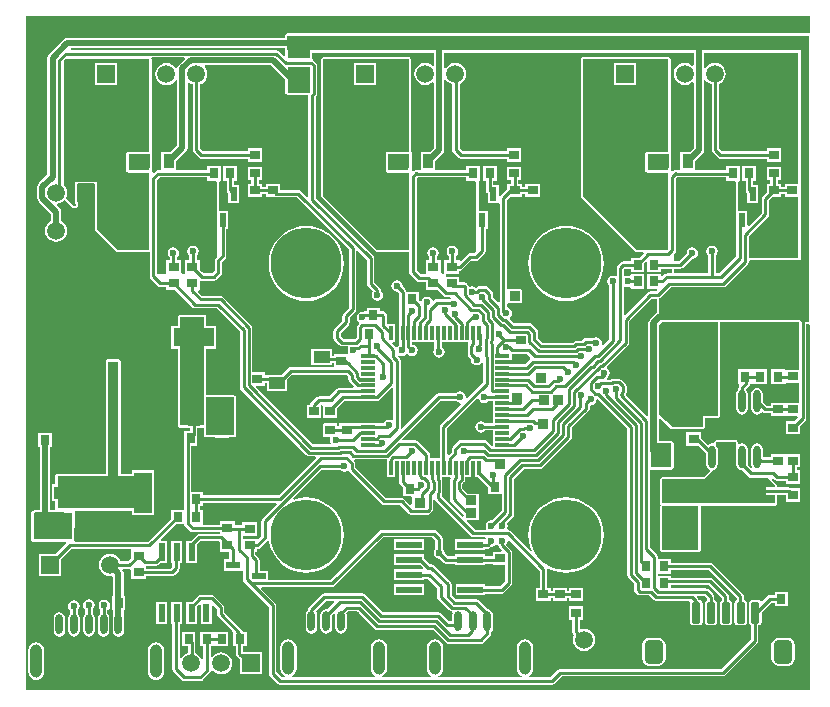
<source format=gtl>
G04*
G04 #@! TF.GenerationSoftware,Altium Limited,Altium Designer,18.0.12 (696)*
G04*
G04 Layer_Physical_Order=1*
G04 Layer_Color=255*
%FSLAX25Y25*%
%MOIN*%
G70*
G01*
G75*
%ADD13C,0.01000*%
%ADD51R,0.03543X0.03150*%
%ADD52R,0.03402X0.03098*%
%ADD53R,0.19685X0.07480*%
%ADD54O,0.02362X0.07480*%
%ADD55R,0.06102X0.04331*%
%ADD56R,0.06102X0.04331*%
%ADD57R,0.06102X0.13583*%
%ADD58R,0.03543X0.05118*%
%ADD59R,0.03150X0.03543*%
%ADD60R,0.02362X0.04528*%
%ADD61R,0.20472X0.05512*%
%ADD62R,0.11000X0.05500*%
%ADD63R,0.03098X0.03402*%
G04:AMPARAMS|DCode=64|XSize=110.24mil|YSize=39.37mil|CornerRadius=19.68mil|HoleSize=0mil|Usage=FLASHONLY|Rotation=90.000|XOffset=0mil|YOffset=0mil|HoleType=Round|Shape=RoundedRectangle|*
%AMROUNDEDRECTD64*
21,1,0.11024,0.00000,0,0,90.0*
21,1,0.07087,0.03937,0,0,90.0*
1,1,0.03937,0.00000,0.03544*
1,1,0.03937,0.00000,-0.03544*
1,1,0.03937,0.00000,-0.03544*
1,1,0.03937,0.00000,0.03544*
%
%ADD64ROUNDEDRECTD64*%
G04:AMPARAMS|DCode=65|XSize=23.62mil|YSize=66.93mil|CornerRadius=11.81mil|HoleSize=0mil|Usage=FLASHONLY|Rotation=0.000|XOffset=0mil|YOffset=0mil|HoleType=Round|Shape=RoundedRectangle|*
%AMROUNDEDRECTD65*
21,1,0.02362,0.04331,0,0,0.0*
21,1,0.00000,0.06693,0,0,0.0*
1,1,0.02362,0.00000,-0.02166*
1,1,0.02362,0.00000,-0.02166*
1,1,0.02362,0.00000,0.02166*
1,1,0.02362,0.00000,0.02166*
%
%ADD65ROUNDEDRECTD65*%
%ADD66R,0.04528X0.02362*%
%ADD67R,0.04331X0.06102*%
%ADD68R,0.04331X0.06102*%
%ADD69R,0.13583X0.06102*%
%ADD70R,0.05512X0.03937*%
%ADD71R,0.04724X0.01181*%
%ADD72R,0.01181X0.04724*%
%ADD73R,0.08661X0.02362*%
G04:AMPARAMS|DCode=74|XSize=27.56mil|YSize=70.87mil|CornerRadius=4.13mil|HoleSize=0mil|Usage=FLASHONLY|Rotation=0.000|XOffset=0mil|YOffset=0mil|HoleType=Round|Shape=RoundedRectangle|*
%AMROUNDEDRECTD74*
21,1,0.02756,0.06260,0,0,0.0*
21,1,0.01929,0.07087,0,0,0.0*
1,1,0.00827,0.00965,-0.03130*
1,1,0.00827,-0.00965,-0.03130*
1,1,0.00827,-0.00965,0.03130*
1,1,0.00827,0.00965,0.03130*
%
%ADD74ROUNDEDRECTD74*%
G04:AMPARAMS|DCode=75|XSize=62.99mil|YSize=78.74mil|CornerRadius=15.75mil|HoleSize=0mil|Usage=FLASHONLY|Rotation=180.000|XOffset=0mil|YOffset=0mil|HoleType=Round|Shape=RoundedRectangle|*
%AMROUNDEDRECTD75*
21,1,0.06299,0.04724,0,0,180.0*
21,1,0.03150,0.07874,0,0,180.0*
1,1,0.03150,-0.01575,0.02362*
1,1,0.03150,0.01575,0.02362*
1,1,0.03150,0.01575,-0.02362*
1,1,0.03150,-0.01575,-0.02362*
%
%ADD75ROUNDEDRECTD75*%
%ADD76R,0.10236X0.04331*%
%ADD77R,0.02400X0.06000*%
%ADD78C,0.02000*%
%ADD79R,0.03700X0.03200*%
%ADD80R,0.03200X0.03700*%
%ADD81R,0.03500X0.39600*%
%ADD82R,0.10700X0.17500*%
%ADD83R,0.07900X0.36300*%
%ADD84R,0.09300X0.12500*%
%ADD85R,0.13000X0.09000*%
%ADD86R,0.29000X0.10900*%
%ADD87R,0.05800X0.18500*%
%ADD88R,0.03000X0.91500*%
%ADD89R,1.74000X0.05000*%
%ADD90R,0.07500X0.07500*%
%ADD91R,0.07500X0.08500*%
%ADD92R,0.07000X0.08000*%
%ADD93R,0.12000X0.14500*%
%ADD94R,0.07000X0.05500*%
%ADD95C,0.05906*%
%ADD96R,0.05906X0.05906*%
%ADD97C,0.23600*%
%ADD98C,0.02362*%
%ADD99C,0.03937*%
G36*
X355786Y343709D02*
X355324Y343517D01*
X353524Y345318D01*
X353127Y345583D01*
X352659Y345676D01*
X284473D01*
X284206Y346176D01*
X284266Y346267D01*
X355786D01*
Y343709D01*
D02*
G37*
G36*
X491890Y340667D02*
X491390Y340430D01*
X490813Y340873D01*
X489924Y341241D01*
X488971Y341367D01*
X488017Y341241D01*
X487129Y340873D01*
X486366Y340288D01*
X485780Y339525D01*
X485412Y338636D01*
X485287Y337683D01*
X485412Y336729D01*
X485780Y335841D01*
X486366Y335078D01*
X487129Y334492D01*
X488017Y334124D01*
X488971Y333998D01*
X489924Y334124D01*
X490813Y334492D01*
X491390Y334935D01*
X491890Y334698D01*
Y312968D01*
X490682Y311759D01*
X487402D01*
Y305664D01*
X486297D01*
X486000Y305724D01*
X485532Y305630D01*
X485135Y305365D01*
X484944Y305174D01*
X484472Y305409D01*
Y311759D01*
X484214D01*
Y342500D01*
X484159Y342773D01*
X484005Y343005D01*
X483773Y343159D01*
X483500Y343214D01*
X455000D01*
X454727Y343159D01*
X454495Y343005D01*
X454341Y342773D01*
X454286Y342500D01*
Y297000D01*
X454341Y296727D01*
X454495Y296495D01*
X472495Y278495D01*
X472727Y278341D01*
X473000Y278286D01*
X475147D01*
X475338Y277824D01*
X473985Y276472D01*
X470969D01*
Y275223D01*
X468500D01*
X468032Y275130D01*
X467635Y274865D01*
X466635Y273865D01*
X466370Y273468D01*
X466277Y273000D01*
Y270440D01*
X465836Y270204D01*
X465734Y270272D01*
X465000Y270418D01*
X464266Y270272D01*
X463644Y269856D01*
X463228Y269234D01*
X463082Y268500D01*
X463228Y267766D01*
X463644Y267144D01*
X463776Y267055D01*
Y249256D01*
X461781Y247261D01*
X461320Y247507D01*
X461418Y248000D01*
X461272Y248734D01*
X460856Y249356D01*
X460234Y249772D01*
X459500Y249918D01*
X458766Y249772D01*
X458516Y249605D01*
X456014D01*
X455546Y249512D01*
X455149Y249246D01*
X454707Y248805D01*
X452810D01*
X452341Y248711D01*
X451944Y248446D01*
X451622Y248124D01*
X441507D01*
X440024Y249606D01*
Y251702D01*
X439931Y252170D01*
X439666Y252567D01*
X437967Y254265D01*
X437570Y254531D01*
X437102Y254624D01*
X431911D01*
X430556Y255978D01*
X430605Y256476D01*
X430856Y256644D01*
X431272Y257266D01*
X431418Y258000D01*
X431272Y258734D01*
X430856Y259356D01*
X430234Y259772D01*
X429705Y259877D01*
Y260503D01*
X429695Y260551D01*
Y261014D01*
X429869Y261151D01*
X430195Y261322D01*
X430381Y261285D01*
X431882D01*
X432400Y261182D01*
X432918Y261285D01*
X434081D01*
X434354Y261339D01*
X434586Y261494D01*
X434740Y261726D01*
X434795Y261999D01*
Y265199D01*
X434740Y265472D01*
X434586Y265703D01*
X434354Y265858D01*
X434081Y265913D01*
X430381D01*
X430195Y265876D01*
X429869Y266047D01*
X429695Y266184D01*
Y295730D01*
X430567Y296602D01*
X434601D01*
Y297628D01*
X435799D01*
Y296602D01*
X440601D01*
Y301100D01*
X435799D01*
Y300075D01*
X434601D01*
Y301100D01*
X433424D01*
Y302300D01*
X434501D01*
Y306798D01*
X429699D01*
Y302300D01*
X430976D01*
Y301100D01*
X429799D01*
Y299295D01*
X427606Y297102D01*
X427521Y296975D01*
X427021Y297126D01*
Y300693D01*
X425179D01*
Y302028D01*
X426231D01*
Y306972D01*
X421681D01*
Y302028D01*
X422732D01*
Y298913D01*
X422825Y298445D01*
X423091Y298048D01*
X423259Y297880D01*
Y294765D01*
X426748D01*
X427021Y294765D01*
X427248Y294359D01*
Y261716D01*
X426786Y261524D01*
X425005Y263305D01*
Y264386D01*
X424911Y264855D01*
X424646Y265251D01*
X423251Y266646D01*
X422855Y266912D01*
X422386Y267005D01*
X420414D01*
X419945Y266912D01*
X419549Y266646D01*
X419298Y266395D01*
X418734Y266772D01*
X418000Y266918D01*
X417342Y266787D01*
X417152Y266848D01*
X416818Y267074D01*
X416749Y267417D01*
X416484Y267814D01*
X416433Y267865D01*
X416036Y268130D01*
X415567Y268224D01*
X413772D01*
Y270119D01*
X409558D01*
X409528Y270161D01*
X409410Y270412D01*
X409361Y270619D01*
X409367Y270628D01*
X409412Y270670D01*
X409444Y270743D01*
X409488Y270808D01*
X409500Y270869D01*
X409525Y270925D01*
X409527Y271004D01*
X409542Y271081D01*
X413772D01*
Y272132D01*
X413956D01*
X414424Y272225D01*
X414821Y272491D01*
X417707Y275377D01*
X419253D01*
X419722Y275470D01*
X420119Y275735D01*
X422265Y277881D01*
X422530Y278278D01*
X422623Y278747D01*
Y285907D01*
X423281D01*
Y291835D01*
X420214D01*
Y301500D01*
X420208Y301528D01*
X420213Y301585D01*
X420515Y301989D01*
X420580Y302028D01*
X420719D01*
Y306972D01*
X416169D01*
Y305664D01*
X405845D01*
Y308520D01*
X408349Y311024D01*
X408725Y311586D01*
X408857Y312250D01*
Y335611D01*
X408932Y335651D01*
X409357Y335740D01*
X409866Y335078D01*
X410629Y334492D01*
X411427Y334161D01*
Y312350D01*
X411520Y311881D01*
X411785Y311485D01*
X413484Y309786D01*
X413881Y309521D01*
X414349Y309428D01*
X429699D01*
Y308402D01*
X434501D01*
Y312900D01*
X429699D01*
Y311875D01*
X414856D01*
X413874Y312856D01*
Y334310D01*
X414313Y334492D01*
X415076Y335078D01*
X415661Y335841D01*
X416030Y336729D01*
X416155Y337683D01*
X416030Y338636D01*
X415661Y339525D01*
X415076Y340288D01*
X414313Y340873D01*
X413424Y341241D01*
X412471Y341367D01*
X411517Y341241D01*
X410629Y340873D01*
X409866Y340288D01*
X409357Y339625D01*
X408932Y339714D01*
X408857Y339755D01*
Y344786D01*
X491890D01*
Y340667D01*
D02*
G37*
G36*
X405390D02*
X404890Y340430D01*
X404313Y340873D01*
X403424Y341241D01*
X402471Y341367D01*
X401517Y341241D01*
X400629Y340873D01*
X399866Y340288D01*
X399280Y339525D01*
X398912Y338636D01*
X398787Y337683D01*
X398912Y336729D01*
X399280Y335841D01*
X399866Y335078D01*
X400629Y334492D01*
X401517Y334124D01*
X402471Y333998D01*
X403424Y334124D01*
X404313Y334492D01*
X404890Y334935D01*
X405390Y334698D01*
Y312968D01*
X404182Y311759D01*
X400903D01*
Y305664D01*
X399797D01*
X399500Y305724D01*
X399032Y305630D01*
X398635Y305365D01*
X398444Y305174D01*
X397972Y305409D01*
Y311759D01*
X397714D01*
Y342500D01*
X397659Y342773D01*
X397505Y343005D01*
X397273Y343159D01*
X397000Y343214D01*
X368500D01*
X368227Y343159D01*
X367995Y343005D01*
X367841Y342773D01*
X367786Y342500D01*
Y297000D01*
X367841Y296727D01*
X367995Y296495D01*
X385995Y278495D01*
X386227Y278341D01*
X386500Y278286D01*
X397000D01*
X397095Y278208D01*
Y271681D01*
X397188Y271213D01*
X397454Y270816D01*
X399635Y268635D01*
X400032Y268370D01*
X400500Y268277D01*
X402628D01*
Y265569D01*
X406700D01*
X408635Y263635D01*
X409032Y263370D01*
X409500Y263277D01*
X410833D01*
X411035Y262776D01*
X410857Y262605D01*
X406281D01*
X405813Y262511D01*
X405416Y262246D01*
X405252Y262082D01*
X404870Y262198D01*
X404742Y262279D01*
X404356Y262856D01*
X403734Y263272D01*
X403000Y263418D01*
X402266Y263272D01*
X401644Y262856D01*
X401228Y262234D01*
X401191Y262047D01*
X400648Y261882D01*
X400300Y262230D01*
Y264901D01*
X396096D01*
Y265127D01*
X396003Y265595D01*
X395738Y265992D01*
X394887Y266844D01*
X394918Y267000D01*
X394772Y267734D01*
X394356Y268356D01*
X393734Y268772D01*
X393000Y268918D01*
X392266Y268772D01*
X391644Y268356D01*
X391228Y267734D01*
X391082Y267000D01*
X391228Y266266D01*
X391644Y265644D01*
X392266Y265228D01*
X393000Y265082D01*
X393157Y265113D01*
X393650Y264620D01*
Y254403D01*
X393583D01*
Y248279D01*
X393650D01*
Y247086D01*
X393306Y246856D01*
X393181Y246669D01*
X392684Y246622D01*
X392572Y246658D01*
X391413Y247817D01*
X391605Y248279D01*
X392227D01*
Y254403D01*
X389725D01*
Y256998D01*
X389632Y257466D01*
X389367Y257863D01*
X388965Y258265D01*
X388568Y258530D01*
X388100Y258624D01*
X387398D01*
Y259801D01*
X382900D01*
Y258624D01*
X382400D01*
X381932Y258530D01*
X381703Y258378D01*
X381500Y258418D01*
X380766Y258272D01*
X380144Y257856D01*
X379728Y257234D01*
X379582Y256500D01*
X379728Y255766D01*
X380144Y255144D01*
X380244Y255077D01*
X380307Y254433D01*
X379937Y254063D01*
X379672Y253666D01*
X379578Y253198D01*
Y249913D01*
X378988Y249323D01*
X375205D01*
X374223Y250305D01*
Y251393D01*
X376865Y254035D01*
X377130Y254432D01*
X377223Y254900D01*
Y256397D01*
X379165Y258339D01*
X379430Y258736D01*
X379523Y259204D01*
Y278593D01*
X379985Y278784D01*
X382977Y275793D01*
Y267800D01*
X383070Y267332D01*
X383335Y266935D01*
X385052Y265218D01*
X384728Y264734D01*
X384582Y264000D01*
X384728Y263266D01*
X385144Y262644D01*
X385766Y262228D01*
X386500Y262082D01*
X387234Y262228D01*
X387856Y262644D01*
X388272Y263266D01*
X388418Y264000D01*
X388272Y264734D01*
X387856Y265356D01*
X387723Y265445D01*
Y265500D01*
X387630Y265968D01*
X387365Y266365D01*
X385423Y268307D01*
Y276300D01*
X385330Y276768D01*
X385065Y277165D01*
X365921Y296310D01*
Y329993D01*
X366065Y330138D01*
X366330Y330535D01*
X366424Y331003D01*
Y340497D01*
X366330Y340965D01*
X366065Y341362D01*
X365362Y342065D01*
X364965Y342330D01*
X364935Y342370D01*
X364693Y342894D01*
X364714Y343000D01*
Y344786D01*
X405390D01*
Y340667D01*
D02*
G37*
G36*
X322287Y342767D02*
X320272Y340753D01*
X319896Y340191D01*
X319788Y339648D01*
X319591Y339557D01*
X319475Y339533D01*
X319268Y339537D01*
X318756Y340205D01*
X317992Y340791D01*
X317104Y341159D01*
X316150Y341284D01*
X315197Y341159D01*
X314308Y340791D01*
X313545Y340205D01*
X312960Y339442D01*
X312592Y338554D01*
X312466Y337600D01*
X312592Y336646D01*
X312960Y335758D01*
X313545Y334995D01*
X314308Y334409D01*
X315197Y334041D01*
X316150Y333916D01*
X317104Y334041D01*
X317992Y334409D01*
X318756Y334995D01*
X319264Y335658D01*
X319690Y335568D01*
X319764Y335528D01*
Y313842D01*
X317682Y311759D01*
X314403D01*
Y305664D01*
X313441D01*
X312973Y305571D01*
X312576Y305306D01*
X311990Y304721D01*
X311426Y304864D01*
X311368Y305059D01*
X311472Y305241D01*
X311472D01*
Y311759D01*
X311214D01*
Y342500D01*
X311168Y342729D01*
X311178Y342801D01*
X311456Y343229D01*
X322095D01*
X322287Y342767D01*
D02*
G37*
G36*
X526786Y301100D02*
X522299D01*
Y300075D01*
X521101D01*
Y301100D01*
X519923D01*
Y302300D01*
X521001D01*
Y306798D01*
X516199D01*
Y302300D01*
X517477D01*
Y301100D01*
X516299D01*
Y298181D01*
X514934Y296815D01*
X514669Y296419D01*
X514576Y295950D01*
Y291334D01*
X510243Y287001D01*
X509781Y287192D01*
Y291835D01*
X506714D01*
Y301500D01*
X506708Y301528D01*
X506713Y301585D01*
X507015Y301989D01*
X507080Y302028D01*
X507219D01*
Y306972D01*
X502669D01*
Y305664D01*
X492346D01*
Y308520D01*
X494849Y311024D01*
X495225Y311586D01*
X495357Y312250D01*
Y335611D01*
X495432Y335651D01*
X495857Y335740D01*
X496366Y335078D01*
X497129Y334492D01*
X497927Y334161D01*
Y312350D01*
X498020Y311881D01*
X498285Y311485D01*
X499984Y309786D01*
X500381Y309521D01*
X500849Y309428D01*
X516199D01*
Y308402D01*
X521001D01*
Y312900D01*
X516199D01*
Y311875D01*
X501356D01*
X500374Y312856D01*
Y334310D01*
X500813Y334492D01*
X501576Y335078D01*
X502162Y335841D01*
X502530Y336729D01*
X502655Y337683D01*
X502530Y338636D01*
X502162Y339525D01*
X501576Y340288D01*
X500813Y340873D01*
X499924Y341241D01*
X498971Y341367D01*
X498017Y341241D01*
X497129Y340873D01*
X496366Y340288D01*
X495857Y339625D01*
X495432Y339714D01*
X495357Y339755D01*
Y344786D01*
X526786D01*
Y301100D01*
D02*
G37*
G36*
X355786Y335762D02*
Y331500D01*
X355841Y331227D01*
X355995Y330995D01*
X356227Y330841D01*
X356500Y330786D01*
X363239D01*
X363474Y330500D01*
Y296810D01*
X363012Y296619D01*
X360963Y298667D01*
X360566Y298932D01*
X360098Y299026D01*
X354101D01*
Y301100D01*
X349299D01*
Y300075D01*
X348101D01*
Y301100D01*
X346923D01*
Y302300D01*
X348001D01*
Y306798D01*
X343199D01*
Y302300D01*
X344477D01*
Y301100D01*
X343299D01*
Y296602D01*
X348101D01*
Y297628D01*
X349299D01*
Y296602D01*
X352631D01*
X352749Y296579D01*
X359591D01*
X377077Y279093D01*
Y259711D01*
X375135Y257769D01*
X374870Y257372D01*
X374777Y256904D01*
Y255407D01*
X372134Y252765D01*
X371869Y252368D01*
X371776Y251900D01*
Y249798D01*
X371869Y249330D01*
X372134Y248933D01*
X373833Y247234D01*
X374230Y246969D01*
X374698Y246876D01*
X376555D01*
X376823Y246376D01*
X376728Y246234D01*
X376582Y245500D01*
X376721Y244800D01*
X376719Y244752D01*
X376438Y244300D01*
X372099D01*
Y243724D01*
X371436D01*
Y245999D01*
X364524D01*
Y240662D01*
X371436D01*
Y241277D01*
X372099D01*
Y239921D01*
X357548D01*
X357080Y239828D01*
X356683Y239563D01*
X354458Y237338D01*
X349564D01*
Y237172D01*
X348901D01*
Y238198D01*
X344823D01*
Y253099D01*
X344730Y253567D01*
X344464Y253964D01*
X335063Y263365D01*
X334666Y263631D01*
X334197Y263724D01*
X328106D01*
X326723Y265107D01*
X326914Y265569D01*
X327272D01*
Y268563D01*
X327772Y268844D01*
X328112Y268776D01*
X332000D01*
X332468Y268870D01*
X332865Y269135D01*
X334365Y270635D01*
X334630Y271032D01*
X334723Y271500D01*
Y274993D01*
X335765Y276035D01*
X336030Y276432D01*
X336123Y276900D01*
Y285907D01*
X336781D01*
Y291835D01*
X333714D01*
Y301500D01*
X333708Y301528D01*
X333713Y301585D01*
X334015Y301989D01*
X334080Y302028D01*
X334219D01*
Y306972D01*
X329669D01*
Y305664D01*
X319345D01*
Y308520D01*
X322723Y311898D01*
X323099Y312460D01*
X323231Y313124D01*
Y334615D01*
X323731Y334852D01*
X324308Y334409D01*
X324927Y334153D01*
Y312350D01*
X325020Y311881D01*
X325285Y311485D01*
X326984Y309786D01*
X327381Y309521D01*
X327849Y309428D01*
X343199D01*
Y308402D01*
X348001D01*
Y312900D01*
X343199D01*
Y311875D01*
X328356D01*
X327374Y312856D01*
Y334153D01*
X327993Y334409D01*
X328756Y334995D01*
X329341Y335758D01*
X329709Y336646D01*
X329835Y337600D01*
X329709Y338554D01*
X329341Y339442D01*
X328898Y340019D01*
X329135Y340519D01*
X351029D01*
X355786Y335762D01*
D02*
G37*
G36*
X483500Y311759D02*
X479529D01*
Y311714D01*
X476500D01*
X476227Y311659D01*
X475995Y311505D01*
X475841Y311273D01*
X475786Y311000D01*
Y309221D01*
X475782Y309200D01*
X475786Y309179D01*
Y305500D01*
X475841Y305227D01*
X475995Y304995D01*
X476227Y304841D01*
X476500Y304786D01*
X477376D01*
X477900Y304682D01*
X478424Y304786D01*
X483500D01*
Y279230D01*
X483270Y279000D01*
X473000D01*
X455000Y297000D01*
Y342500D01*
X483500D01*
Y311759D01*
D02*
G37*
G36*
X397000D02*
X393028D01*
Y311714D01*
X390000D01*
X389727Y311659D01*
X389495Y311505D01*
X389341Y311273D01*
X389286Y311000D01*
Y305500D01*
X389341Y305227D01*
X389495Y304995D01*
X389727Y304841D01*
X390000Y304786D01*
X390879D01*
X390966Y304728D01*
X391700Y304582D01*
X392434Y304728D01*
X392521Y304786D01*
X397000D01*
Y279000D01*
X386500D01*
X368500Y297000D01*
Y342500D01*
X397000D01*
Y311759D01*
D02*
G37*
G36*
X310500D02*
X306528D01*
Y311714D01*
X303500D01*
X303227Y311659D01*
X302995Y311505D01*
X302841Y311273D01*
X302786Y311000D01*
Y305500D01*
X302841Y305227D01*
X302995Y304995D01*
X303227Y304841D01*
X303500Y304786D01*
X305179D01*
X305200Y304782D01*
X305221Y304786D01*
X310500D01*
Y279000D01*
X300000D01*
X293114Y285886D01*
Y294447D01*
X293153D01*
Y301753D01*
X292683D01*
X292673Y301759D01*
X292400Y301814D01*
X286600D01*
X286327Y301759D01*
X286317Y301753D01*
X285847D01*
Y294447D01*
X285886D01*
Y293767D01*
X285424Y293576D01*
X282706Y296294D01*
X283059Y297146D01*
X283184Y298100D01*
X283059Y299054D01*
X282691Y299942D01*
X282105Y300705D01*
X282000Y300786D01*
Y341970D01*
X282530Y342500D01*
X310500D01*
Y311759D01*
D02*
G37*
G36*
X522299Y296602D02*
X526786D01*
Y276214D01*
X510649Y276214D01*
X510252Y276632D01*
Y283549D01*
X516664Y289962D01*
X516930Y290358D01*
X517023Y290827D01*
Y295444D01*
X518181Y296602D01*
X521101D01*
Y297628D01*
X522299D01*
Y296602D01*
D02*
G37*
G36*
X416169Y302028D02*
X418972D01*
X419500Y301500D01*
Y278577D01*
X418747Y277823D01*
X417200D01*
X416732Y277730D01*
X416335Y277465D01*
X414234Y275364D01*
X413772Y275555D01*
Y275631D01*
X412723D01*
Y277055D01*
X412856Y277144D01*
X413272Y277766D01*
X413418Y278500D01*
X413272Y279234D01*
X412856Y279856D01*
X412234Y280272D01*
X411500Y280418D01*
X410766Y280272D01*
X410144Y279856D01*
X409728Y279234D01*
X409582Y278500D01*
X409728Y277766D01*
X410144Y277144D01*
X410277Y277055D01*
Y275631D01*
X408828D01*
Y271081D01*
X408362Y271000D01*
X408038D01*
X407572Y271500D01*
Y275631D01*
X406223D01*
Y276555D01*
X406356Y276644D01*
X406772Y277266D01*
X406918Y278000D01*
X406772Y278734D01*
X406356Y279356D01*
X405734Y279772D01*
X405000Y279918D01*
X404266Y279772D01*
X403644Y279356D01*
X403228Y278734D01*
X403082Y278000D01*
X403228Y277266D01*
X403644Y276644D01*
X403777Y276555D01*
Y275631D01*
X402628D01*
X402628Y271081D01*
X402162Y271000D01*
X400730D01*
X399542Y272188D01*
Y302812D01*
X399948Y303218D01*
X416169D01*
Y302028D01*
D02*
G37*
G36*
X476481Y274853D02*
Y271528D01*
X481031D01*
Y272777D01*
X484786D01*
Y271223D01*
X483000D01*
X482532Y271130D01*
X482135Y270865D01*
X481493Y270223D01*
X481031Y270414D01*
Y270972D01*
X476481D01*
Y266028D01*
X479645D01*
X479836Y265566D01*
X479493Y265224D01*
X477500D01*
X477032Y265130D01*
X476635Y264865D01*
X469185Y257416D01*
X468723Y257607D01*
Y266560D01*
X469165Y266796D01*
X469266Y266728D01*
X470000Y266582D01*
X470469Y266675D01*
X470969Y266330D01*
Y266028D01*
X475519D01*
Y270972D01*
X470969D01*
Y270670D01*
X470469Y270325D01*
X470000Y270418D01*
X469266Y270272D01*
X469165Y270204D01*
X468723Y270440D01*
Y272493D01*
X469007Y272777D01*
X470969D01*
Y271528D01*
X475519D01*
Y274545D01*
X476019Y275045D01*
X476481Y274853D01*
D02*
G37*
G36*
X502669Y302028D02*
X505472D01*
X506000Y301500D01*
Y276730D01*
X500493Y271223D01*
X499224D01*
Y277055D01*
X499356Y277144D01*
X499772Y277766D01*
X499918Y278500D01*
X499772Y279234D01*
X499356Y279856D01*
X498734Y280272D01*
X498000Y280418D01*
X497266Y280272D01*
X496644Y279856D01*
X496228Y279234D01*
X496082Y278500D01*
X496228Y277766D01*
X496644Y277144D01*
X496776Y277055D01*
Y271223D01*
X485500D01*
Y272777D01*
X487500D01*
X487968Y272870D01*
X488365Y273135D01*
X491343Y276113D01*
X491500Y276082D01*
X492234Y276228D01*
X492856Y276644D01*
X493272Y277266D01*
X493418Y278000D01*
X493272Y278734D01*
X492856Y279356D01*
X492234Y279772D01*
X491500Y279918D01*
X490766Y279772D01*
X490144Y279356D01*
X489728Y278734D01*
X489582Y278000D01*
X489613Y277843D01*
X486993Y275223D01*
X485500D01*
Y277770D01*
X485684Y277954D01*
X485949Y278351D01*
X486042Y278819D01*
Y302812D01*
X486448Y303218D01*
X502669D01*
Y302028D01*
D02*
G37*
G36*
X329669D02*
X332472D01*
X333000Y301500D01*
Y276730D01*
X332635Y276365D01*
X332370Y275968D01*
X332277Y275500D01*
Y272007D01*
X331493Y271223D01*
X328619D01*
X328058Y271784D01*
X327721Y272009D01*
X327272Y272459D01*
Y275631D01*
X326223D01*
Y277055D01*
X326356Y277144D01*
X326772Y277766D01*
X326918Y278500D01*
X326772Y279234D01*
X326356Y279856D01*
X325734Y280272D01*
X325000Y280418D01*
X324266Y280272D01*
X323644Y279856D01*
X323228Y279234D01*
X323082Y278500D01*
X323228Y277766D01*
X323644Y277144D01*
X323777Y277055D01*
Y275631D01*
X322328D01*
Y271081D01*
X321862Y271000D01*
X321538D01*
X321072Y271500D01*
Y275631D01*
X319724D01*
Y276555D01*
X319856Y276644D01*
X320272Y277266D01*
X320418Y278000D01*
X320272Y278734D01*
X319856Y279356D01*
X319234Y279772D01*
X318500Y279918D01*
X317766Y279772D01*
X317144Y279356D01*
X316728Y278734D01*
X316582Y278000D01*
X316728Y277266D01*
X317144Y276644D01*
X317277Y276555D01*
Y275631D01*
X316128D01*
X316128Y271081D01*
X315662Y271000D01*
X313042D01*
Y302312D01*
X313948Y303218D01*
X329669D01*
Y302028D01*
D02*
G37*
G36*
X530500Y275500D02*
Y255000D01*
X527691D01*
X527637Y255273D01*
X527482Y255505D01*
X527250Y255659D01*
X526977Y255714D01*
X500714Y255714D01*
X500441Y255659D01*
X500357Y255603D01*
X500273Y255659D01*
X500000Y255714D01*
X481451D01*
X481178Y255659D01*
X481000Y255540D01*
X480637Y255633D01*
X480500Y255690D01*
Y262891D01*
X480865Y263135D01*
X484257Y266527D01*
X501750D01*
X502218Y266620D01*
X502615Y266885D01*
X509894Y274163D01*
X510159Y274560D01*
X510252Y275028D01*
Y275103D01*
X510649Y275500D01*
X530500Y275500D01*
D02*
G37*
G36*
X416628Y248244D02*
X416839Y247779D01*
X416688Y247554D01*
X416595Y247086D01*
Y244181D01*
X416688Y243713D01*
X416954Y243316D01*
X417713Y242557D01*
X417682Y242400D01*
X417828Y241666D01*
X418244Y241044D01*
X418866Y240628D01*
X419600Y240482D01*
X420334Y240628D01*
X420956Y241044D01*
X421156Y241342D01*
X421656Y241190D01*
Y234886D01*
X416343Y229573D01*
X415882Y229819D01*
X415918Y230000D01*
X415772Y230734D01*
X415356Y231356D01*
X414734Y231772D01*
X414000Y231918D01*
X413266Y231772D01*
X412644Y231356D01*
X412555Y231224D01*
X406988D01*
X406520Y231130D01*
X406123Y230865D01*
X394694Y219437D01*
X394316Y219594D01*
X394223Y219673D01*
Y242133D01*
X394130Y242601D01*
X393865Y242998D01*
X393350Y243513D01*
X393668Y243902D01*
X393928Y243728D01*
X394662Y243582D01*
X395396Y243728D01*
X396018Y244144D01*
X396081Y244238D01*
X396581D01*
X396644Y244144D01*
X397266Y243728D01*
X398000Y243582D01*
X398734Y243728D01*
X399356Y244144D01*
X399772Y244766D01*
X399918Y245500D01*
X399772Y246234D01*
X399356Y246856D01*
X398734Y247272D01*
X398065Y247405D01*
Y248279D01*
X405461D01*
Y246082D01*
X405228Y245734D01*
X405082Y245000D01*
X405228Y244266D01*
X405644Y243644D01*
X406266Y243228D01*
X407000Y243082D01*
X407734Y243228D01*
X408356Y243644D01*
X408772Y244266D01*
X408918Y245000D01*
X408772Y245734D01*
X408356Y246356D01*
X407907Y246656D01*
Y248279D01*
X416589D01*
X416628Y248244D01*
D02*
G37*
G36*
X437512Y243258D02*
X437432Y242630D01*
X437335Y242565D01*
X435720Y240950D01*
X431203D01*
Y241018D01*
X425803D01*
Y242373D01*
X431203D01*
Y244211D01*
X431402Y244374D01*
X436395D01*
X437512Y243258D01*
D02*
G37*
G36*
X376774Y236892D02*
Y235824D01*
X376867Y235356D01*
X377132Y234959D01*
X378552Y233539D01*
X378361Y233077D01*
X373853D01*
X373385Y232983D01*
X372988Y232718D01*
X370493Y230223D01*
X367000D01*
X366532Y230130D01*
X366135Y229865D01*
X364435Y228165D01*
X364170Y227768D01*
X364096Y227400D01*
X362899D01*
Y222902D01*
X367701D01*
Y227350D01*
X367765Y227400D01*
X367820D01*
X368299Y226927D01*
Y222902D01*
X373101D01*
Y226371D01*
X375391Y228660D01*
X380197D01*
Y228593D01*
X386321D01*
Y228684D01*
X386673Y228754D01*
X387070Y229019D01*
X391315Y233263D01*
X391776Y233072D01*
Y222440D01*
X391336Y222204D01*
X391234Y222272D01*
X390500Y222418D01*
X389766Y222272D01*
X389144Y221856D01*
X388749Y221266D01*
X386321D01*
Y221333D01*
X380197D01*
Y221266D01*
X378601D01*
Y221298D01*
X373799D01*
Y220272D01*
X373101D01*
Y221298D01*
X368299D01*
Y216800D01*
X370572D01*
X370761Y216446D01*
X370793Y216300D01*
X370657Y215618D01*
X370803Y214884D01*
X370884Y214764D01*
X370648Y214323D01*
X364909D01*
X345994Y233238D01*
X346186Y233700D01*
X348901D01*
Y234725D01*
X349564D01*
Y232001D01*
X356476D01*
Y235895D01*
X358055Y237474D01*
X376191D01*
X376774Y236892D01*
D02*
G37*
G36*
X479786Y258238D02*
X477274Y255726D01*
X476899Y255163D01*
X476767Y254500D01*
Y223829D01*
X476305Y223638D01*
X469266Y230677D01*
X469512Y231046D01*
X469605Y231514D01*
Y233486D01*
X469512Y233955D01*
X469246Y234351D01*
X467851Y235746D01*
X467454Y236012D01*
X466986Y236105D01*
X465014D01*
X464545Y236012D01*
X464149Y235746D01*
X464126Y235723D01*
X463081D01*
X462924Y236224D01*
X463084Y236462D01*
X463356Y236644D01*
X463772Y237266D01*
X463918Y238000D01*
X463772Y238734D01*
X463356Y239356D01*
X463054Y239558D01*
X462983Y240194D01*
X470065Y247276D01*
X470330Y247673D01*
X470424Y248141D01*
Y255193D01*
X478007Y262776D01*
X479786D01*
Y258238D01*
D02*
G37*
G36*
X420191Y229337D02*
X420228Y229150D01*
X420644Y228528D01*
X421266Y228112D01*
X422000Y227966D01*
X422734Y228112D01*
X423356Y228528D01*
X423445Y228660D01*
X425079D01*
Y224657D01*
Y221266D01*
X422417D01*
X422356Y221356D01*
X421734Y221772D01*
X421000Y221918D01*
X420266Y221772D01*
X419644Y221356D01*
X419228Y220734D01*
X419082Y220000D01*
X419228Y219266D01*
X419644Y218644D01*
X420266Y218228D01*
X421000Y218082D01*
X421734Y218228D01*
X422356Y218644D01*
X422473Y218818D01*
X425079D01*
Y216782D01*
Y213569D01*
X424542D01*
X422865Y215246D01*
X422468Y215511D01*
X422000Y215605D01*
X414381D01*
X413913Y215511D01*
X413516Y215246D01*
X411635Y213365D01*
X411370Y212968D01*
X411276Y212500D01*
Y211807D01*
X410223Y210754D01*
X409724Y210961D01*
Y219493D01*
X419712Y229482D01*
X420191Y229337D01*
D02*
G37*
G36*
X500000Y223740D02*
X494957D01*
Y220000D01*
X485000D01*
X480500Y224000D01*
Y254049D01*
X481451Y255000D01*
X500000D01*
Y223740D01*
D02*
G37*
G36*
X530835Y351657D02*
X530500Y351214D01*
X356500D01*
X356227Y351159D01*
X355995Y351005D01*
X355841Y350773D01*
X355786Y350500D01*
Y349733D01*
X283189D01*
X282525Y349601D01*
X281963Y349226D01*
X277027Y344290D01*
X276651Y343727D01*
X276519Y343064D01*
Y304151D01*
X273622Y301253D01*
X273246Y300691D01*
X273114Y300027D01*
Y296173D01*
X273246Y295510D01*
X273622Y294947D01*
X277667Y290902D01*
Y288636D01*
X277558Y288591D01*
X276795Y288005D01*
X276209Y287242D01*
X275841Y286354D01*
X275716Y285400D01*
X275841Y284446D01*
X276209Y283558D01*
X276795Y282795D01*
X277558Y282209D01*
X278446Y281841D01*
X279400Y281716D01*
X280354Y281841D01*
X281242Y282209D01*
X282005Y282795D01*
X282591Y283558D01*
X282959Y284446D01*
X283084Y285400D01*
X282959Y286354D01*
X282591Y287242D01*
X282005Y288005D01*
X281242Y288591D01*
X281133Y288636D01*
Y291620D01*
X281001Y292283D01*
X280626Y292846D01*
X280626Y292846D01*
X279546Y293925D01*
X279732Y294446D01*
X280454Y294541D01*
X281342Y294909D01*
X282105Y295495D01*
X282472Y295519D01*
X284920Y293071D01*
X285151Y292916D01*
X285424Y292862D01*
X285698Y292916D01*
X286159Y293108D01*
X286391Y293262D01*
X286546Y293494D01*
X286600Y293767D01*
Y294447D01*
X286561Y294643D01*
Y301078D01*
X286670Y301100D01*
X292330D01*
X292439Y301078D01*
Y294643D01*
X292400Y294447D01*
Y285886D01*
X292454Y285613D01*
X292609Y285382D01*
X299495Y278495D01*
X299727Y278341D01*
X300000Y278286D01*
X310500D01*
X310595Y278208D01*
Y270181D01*
X310688Y269713D01*
X310954Y269316D01*
X313291Y266979D01*
X313688Y266714D01*
X314156Y266621D01*
X316128D01*
Y265569D01*
X319145D01*
X324779Y259935D01*
X325176Y259670D01*
X325644Y259577D01*
X332986D01*
X340676Y251887D01*
Y233198D01*
X340769Y232730D01*
X341034Y232333D01*
X362832Y210535D01*
X363229Y210270D01*
X363698Y210176D01*
X365831D01*
X366022Y209715D01*
X353531Y197223D01*
X328300D01*
Y198401D01*
X324525D01*
Y213799D01*
X326500D01*
Y218601D01*
X326424D01*
Y219561D01*
X328065D01*
Y219686D01*
X328700D01*
X328786Y219616D01*
Y217300D01*
X328841Y217027D01*
X328995Y216795D01*
X329227Y216641D01*
X329500Y216586D01*
X332199D01*
Y216402D01*
X337001D01*
Y216586D01*
X338800D01*
X339073Y216641D01*
X339305Y216795D01*
X339459Y217027D01*
X339514Y217300D01*
Y228079D01*
X339518Y228100D01*
X339514Y228121D01*
Y229800D01*
X339459Y230073D01*
X339305Y230305D01*
X339073Y230459D01*
X338800Y230514D01*
X329500D01*
X329414Y230585D01*
Y246136D01*
X332691D01*
Y253639D01*
X329414D01*
Y256700D01*
X329359Y256973D01*
X329205Y257205D01*
X328973Y257359D01*
X328700Y257414D01*
X320800D01*
X320527Y257359D01*
X320295Y257205D01*
X320141Y256973D01*
X320086Y256700D01*
Y253639D01*
X317709D01*
Y246136D01*
X320086D01*
Y220400D01*
X320141Y220127D01*
X320295Y219895D01*
X320527Y219741D01*
X320800Y219686D01*
X322335D01*
Y219561D01*
X323976D01*
Y218601D01*
X322002D01*
Y213799D01*
X322078D01*
Y192401D01*
X317700D01*
Y189481D01*
X309942Y181723D01*
X285791D01*
X285661Y181882D01*
X285479Y182223D01*
X285514Y182400D01*
Y186180D01*
X285564D01*
Y191910D01*
X286032Y191986D01*
X304636D01*
Y190609D01*
X312139D01*
Y205591D01*
X304636D01*
Y204314D01*
X300914D01*
Y241900D01*
X300859Y242173D01*
X300705Y242405D01*
X300473Y242559D01*
X300200Y242614D01*
X296700D01*
X296427Y242559D01*
X296195Y242405D01*
X296041Y242173D01*
X295986Y241900D01*
Y204314D01*
X279800D01*
X279527Y204259D01*
X279295Y204105D01*
X279141Y203873D01*
X279086Y203600D01*
Y200965D01*
X278061D01*
Y195235D01*
X279086D01*
Y192700D01*
X278634Y192410D01*
X277382D01*
Y213199D01*
X277898D01*
Y218001D01*
X273400D01*
Y213199D01*
X273916D01*
Y192410D01*
X272413D01*
X271945Y192317D01*
X271573Y192069D01*
X271527Y192059D01*
X271295Y191905D01*
X271141Y191673D01*
X271086Y191400D01*
Y182400D01*
X271141Y182127D01*
X271295Y181895D01*
X271527Y181741D01*
X271800Y181686D01*
X282649D01*
X282856Y181186D01*
X279322Y177653D01*
X273747D01*
Y170347D01*
X281053D01*
Y175923D01*
X284407Y179277D01*
X304428D01*
Y176315D01*
X303337Y175224D01*
X300847D01*
X300591Y175842D01*
X300005Y176605D01*
X299242Y177191D01*
X298354Y177559D01*
X297400Y177684D01*
X296446Y177559D01*
X295558Y177191D01*
X294795Y176605D01*
X294209Y175842D01*
X293841Y174954D01*
X293716Y174000D01*
X293841Y173046D01*
X294209Y172158D01*
X294795Y171395D01*
X295558Y170809D01*
X296446Y170441D01*
X297400Y170316D01*
X297928Y170385D01*
X298428Y169951D01*
Y163701D01*
X298000D01*
Y158899D01*
X298428D01*
Y157114D01*
X298389Y157056D01*
X298243Y156323D01*
Y151991D01*
X298389Y151258D01*
X298805Y150635D01*
X299427Y150220D01*
X300161Y150074D01*
X300895Y150220D01*
X301517Y150635D01*
X301933Y151258D01*
X302079Y151991D01*
Y156323D01*
X301933Y157056D01*
X301894Y157114D01*
Y158899D01*
X302498D01*
Y163701D01*
X301894D01*
Y171239D01*
X301762Y171902D01*
X301512Y172276D01*
X301751Y172776D01*
X303844D01*
X303928Y172793D01*
X304428Y172392D01*
Y169269D01*
X309372D01*
Y170321D01*
X318044D01*
X318512Y170414D01*
X318909Y170679D01*
X320265Y172035D01*
X320530Y172432D01*
X320623Y172900D01*
Y174700D01*
X321500D01*
Y182100D01*
X317700D01*
Y174700D01*
X318177D01*
Y173407D01*
X317537Y172768D01*
X309372D01*
Y173776D01*
X312700D01*
X313168Y173870D01*
X313565Y174135D01*
X314130Y174700D01*
X316500D01*
Y182100D01*
X314432D01*
X314241Y182562D01*
X319278Y187599D01*
X322119D01*
X322172Y187334D01*
X322437Y186937D01*
X324083Y185291D01*
X324480Y185026D01*
X324948Y184932D01*
X334028D01*
Y184423D01*
X327104D01*
X326636Y184330D01*
X326239Y184065D01*
X324274Y182100D01*
X322700D01*
Y174700D01*
X326500D01*
Y180865D01*
X327611Y181976D01*
X333837D01*
X334028Y181785D01*
Y178469D01*
X337047D01*
Y175821D01*
X335307D01*
Y172059D01*
X341235D01*
Y172059D01*
X341676Y171919D01*
Y169200D01*
X341770Y168732D01*
X342035Y168335D01*
X350377Y159993D01*
Y137800D01*
X350470Y137332D01*
X350735Y136935D01*
X353235Y134435D01*
X353632Y134170D01*
X354100Y134076D01*
X444600D01*
X445068Y134170D01*
X445465Y134435D01*
X447907Y136876D01*
X501600D01*
X502068Y136970D01*
X502465Y137235D01*
X513168Y147938D01*
X513434Y148335D01*
X513527Y148803D01*
Y153832D01*
X513902Y153907D01*
X514270Y154153D01*
X514516Y154522D01*
X514603Y154956D01*
Y158355D01*
X517724Y161477D01*
X518900D01*
Y160299D01*
X523398D01*
Y165101D01*
X518900D01*
Y163924D01*
X517217D01*
X516749Y163830D01*
X516352Y163565D01*
X514757Y161970D01*
X514270Y162019D01*
X513902Y162265D01*
X513468Y162351D01*
X511539D01*
X511104Y162265D01*
X510736Y162018D01*
X510490Y161650D01*
X510403Y161216D01*
Y154956D01*
X510490Y154522D01*
X510736Y154153D01*
X511080Y153923D01*
Y149310D01*
X501093Y139323D01*
X447400D01*
X446932Y139230D01*
X446535Y138965D01*
X444093Y136523D01*
X437074D01*
X436974Y137023D01*
X437105Y137078D01*
X437662Y137505D01*
X438090Y138063D01*
X438359Y138712D01*
X438450Y139409D01*
Y146495D01*
X438359Y147192D01*
X438090Y147841D01*
X437662Y148399D01*
X437105Y148826D01*
X436456Y149095D01*
X435759Y149187D01*
X435062Y149095D01*
X434413Y148826D01*
X433856Y148399D01*
X433428Y147841D01*
X433159Y147192D01*
X433068Y146495D01*
Y139409D01*
X433159Y138712D01*
X433428Y138063D01*
X433856Y137505D01*
X434413Y137078D01*
X434544Y137023D01*
X434444Y136523D01*
X406956D01*
X406856Y137023D01*
X406987Y137078D01*
X407544Y137505D01*
X407972Y138063D01*
X408241Y138712D01*
X408332Y139409D01*
Y146495D01*
X408241Y147192D01*
X407972Y147841D01*
X407544Y148399D01*
X406987Y148826D01*
X406338Y149095D01*
X405641Y149187D01*
X404944Y149095D01*
X404295Y148826D01*
X403738Y148399D01*
X403310Y147841D01*
X403041Y147192D01*
X402949Y146495D01*
Y139409D01*
X403041Y138712D01*
X403310Y138063D01*
X403738Y137505D01*
X404295Y137078D01*
X404426Y137023D01*
X404326Y136523D01*
X388198D01*
X388098Y137023D01*
X388305Y137109D01*
X388862Y137537D01*
X389290Y138094D01*
X389559Y138743D01*
X389651Y139440D01*
Y146527D01*
X389559Y147224D01*
X389290Y147873D01*
X388862Y148430D01*
X388305Y148858D01*
X387656Y149127D01*
X386959Y149218D01*
X386262Y149127D01*
X385613Y148858D01*
X385056Y148430D01*
X384628Y147873D01*
X384359Y147224D01*
X384267Y146527D01*
Y139440D01*
X384359Y138743D01*
X384628Y138094D01*
X385056Y137537D01*
X385613Y137109D01*
X385820Y137023D01*
X385720Y136523D01*
X358080D01*
X357980Y137023D01*
X358187Y137109D01*
X358744Y137537D01*
X359172Y138094D01*
X359441Y138743D01*
X359532Y139440D01*
Y146527D01*
X359441Y147224D01*
X359172Y147873D01*
X358744Y148430D01*
X358187Y148858D01*
X357538Y149127D01*
X356841Y149218D01*
X356144Y149127D01*
X355495Y148858D01*
X354938Y148430D01*
X354510Y147873D01*
X354241Y147224D01*
X354150Y146527D01*
Y139440D01*
X354241Y138743D01*
X354510Y138094D01*
X354938Y137537D01*
X355495Y137109D01*
X355702Y137023D01*
X355602Y136523D01*
X354607D01*
X352823Y138307D01*
Y160500D01*
X352730Y160968D01*
X352465Y161365D01*
X347697Y166133D01*
X347888Y166595D01*
X371319D01*
X371787Y166689D01*
X372184Y166954D01*
X388407Y183177D01*
X404860D01*
X405777Y182260D01*
Y179445D01*
X405644Y179356D01*
X405228Y178734D01*
X405082Y178000D01*
X405228Y177266D01*
X405644Y176644D01*
X406266Y176228D01*
X407000Y176082D01*
X407157Y176113D01*
X408435Y174835D01*
X408832Y174570D01*
X409300Y174477D01*
X412405D01*
Y173819D01*
X422467D01*
Y174477D01*
X424999D01*
Y173902D01*
X429077D01*
Y168509D01*
X427491Y166923D01*
X422467D01*
Y167581D01*
X412405D01*
Y163819D01*
X422467D01*
Y164477D01*
X427998D01*
X428466Y164570D01*
X428863Y164835D01*
X431166Y167137D01*
X431431Y167534D01*
X431524Y168003D01*
Y178199D01*
X431431Y178667D01*
X431166Y179064D01*
X429448Y180782D01*
X429772Y181266D01*
X429918Y182000D01*
X429915Y182015D01*
X430376Y182261D01*
X440577Y172061D01*
Y166400D01*
X439399D01*
Y161902D01*
X444201D01*
Y162928D01*
X444899D01*
Y161902D01*
X449701D01*
Y162928D01*
X450299D01*
Y161902D01*
X455101D01*
Y166400D01*
X450299D01*
Y165375D01*
X449701D01*
Y166400D01*
X444899D01*
Y165375D01*
X444201D01*
Y166400D01*
X443023D01*
Y172567D01*
X443014Y172614D01*
X443462Y172926D01*
X443701Y172780D01*
X445518Y172027D01*
X447431Y171568D01*
X449393Y171413D01*
X451354Y171568D01*
X453268Y172027D01*
X455085Y172780D01*
X456763Y173808D01*
X458259Y175086D01*
X459537Y176582D01*
X460565Y178260D01*
X461318Y180077D01*
X461777Y181991D01*
X461932Y183952D01*
X461777Y185913D01*
X461318Y187827D01*
X460565Y189644D01*
X459537Y191322D01*
X458259Y192818D01*
X456763Y194096D01*
X455085Y195124D01*
X453268Y195877D01*
X451354Y196336D01*
X449393Y196491D01*
X447431Y196336D01*
X445518Y195877D01*
X443701Y195124D01*
X442023Y194096D01*
X440527Y192818D01*
X439249Y191322D01*
X438221Y189644D01*
X437468Y187827D01*
X437009Y185913D01*
X436854Y183952D01*
X437009Y181991D01*
X437468Y180077D01*
X437992Y178813D01*
X437568Y178530D01*
X430732Y185365D01*
X430336Y185630D01*
X429994Y185698D01*
X429702Y186162D01*
X429772Y186266D01*
X429918Y187000D01*
X429772Y187734D01*
X429610Y187976D01*
X431665Y190031D01*
X431930Y190428D01*
X432023Y190896D01*
Y202693D01*
X435352Y206022D01*
X440646D01*
X441114Y206115D01*
X441511Y206380D01*
X450965Y215835D01*
X451230Y216232D01*
X451324Y216700D01*
Y219684D01*
X456851Y225212D01*
X457117Y225608D01*
X457210Y226077D01*
Y226996D01*
X457562Y227285D01*
X458296Y227431D01*
X458918Y227847D01*
X459334Y228469D01*
X459460Y229102D01*
X459751Y229256D01*
X459970Y229299D01*
X469776Y219493D01*
Y170545D01*
X469870Y170076D01*
X470135Y169679D01*
X471976Y167838D01*
Y165802D01*
X472069Y165334D01*
X472334Y164937D01*
X473037Y164234D01*
X473434Y163969D01*
X473903Y163876D01*
X477094D01*
X478535Y162435D01*
X478932Y162170D01*
X479400Y162076D01*
X490488D01*
X490747Y161727D01*
X490799Y161620D01*
X490718Y161216D01*
Y154956D01*
X490805Y154522D01*
X491051Y154153D01*
X491419Y153907D01*
X491854Y153821D01*
X493783D01*
X494217Y153907D01*
X494585Y154153D01*
X494832Y154522D01*
X494918Y154956D01*
Y161216D01*
X494832Y161650D01*
X494585Y162019D01*
X494217Y162265D01*
X493783Y162351D01*
X493748D01*
X493483Y162747D01*
X492916Y163315D01*
X493107Y163777D01*
X495493D01*
X496316Y162954D01*
Y162248D01*
X495972Y162019D01*
X495726Y161650D01*
X495640Y161216D01*
Y154956D01*
X495726Y154522D01*
X495972Y154153D01*
X496340Y153907D01*
X496775Y153821D01*
X498704D01*
X499138Y153907D01*
X499507Y154153D01*
X499753Y154522D01*
X499839Y154956D01*
Y161216D01*
X499753Y161650D01*
X499507Y162019D01*
X499138Y162265D01*
X498763Y162339D01*
Y163461D01*
X498670Y163929D01*
X498405Y164326D01*
X496865Y165865D01*
X496468Y166130D01*
X496000Y166224D01*
X484300D01*
Y167277D01*
X496993D01*
X501237Y163033D01*
Y162248D01*
X500893Y162019D01*
X500647Y161650D01*
X500561Y161216D01*
Y154956D01*
X500647Y154522D01*
X500893Y154153D01*
X501262Y153907D01*
X501696Y153821D01*
X503625D01*
X504060Y153907D01*
X504428Y154153D01*
X504674Y154522D01*
X504760Y154956D01*
Y161216D01*
X504674Y161650D01*
X504428Y162019D01*
X504060Y162265D01*
X503684Y162339D01*
Y163539D01*
X503591Y164008D01*
X503326Y164404D01*
X498365Y169365D01*
X497968Y169630D01*
X497500Y169723D01*
X484300D01*
Y170401D01*
X479922D01*
Y171099D01*
X484300D01*
Y172276D01*
X496993D01*
X506277Y162993D01*
Y162283D01*
X506183Y162265D01*
X505815Y162019D01*
X505569Y161650D01*
X505482Y161216D01*
Y154956D01*
X505569Y154522D01*
X505815Y154153D01*
X506183Y153907D01*
X506617Y153821D01*
X508546D01*
X508981Y153907D01*
X509349Y154153D01*
X509595Y154522D01*
X509682Y154956D01*
Y161216D01*
X509595Y161650D01*
X509349Y162019D01*
X508981Y162265D01*
X508723Y162316D01*
Y163500D01*
X508630Y163968D01*
X508365Y164365D01*
X498365Y174365D01*
X497968Y174630D01*
X497500Y174723D01*
X484300D01*
Y175901D01*
X479922D01*
Y176802D01*
X479828Y177270D01*
X479563Y177667D01*
X477323Y179907D01*
Y205641D01*
X477500Y205786D01*
X484500D01*
X484773Y205841D01*
X485005Y205995D01*
X485159Y206227D01*
X485214Y206500D01*
Y214500D01*
X485159Y214773D01*
X485005Y215005D01*
X484773Y215159D01*
X484500Y215214D01*
X480233D01*
Y222672D01*
X480689Y222877D01*
X484526Y219467D01*
X484628Y219407D01*
X484727Y219341D01*
X484748Y219337D01*
X484766Y219326D01*
X484884Y219309D01*
X485000Y219286D01*
X489528D01*
Y219281D01*
X494472D01*
Y219286D01*
X494957D01*
X495231Y219341D01*
X495462Y219495D01*
X495617Y219727D01*
X495671Y220000D01*
Y223026D01*
X500000D01*
X500273Y223081D01*
X500505Y223236D01*
X500659Y223467D01*
X500714Y223740D01*
Y254529D01*
D01*
Y255000D01*
X501208D01*
D01*
X508335D01*
X526977Y255000D01*
Y240500D01*
Y239100D01*
X522599D01*
X522599Y239100D01*
X522300Y239201D01*
Y239201D01*
X522141Y239201D01*
X517802D01*
Y234399D01*
X522300D01*
Y234399D01*
X522599Y234602D01*
X526977D01*
Y233523D01*
D01*
Y228500D01*
Y228100D01*
X522599D01*
Y228100D01*
X522401Y228100D01*
Y228100D01*
X517599D01*
Y227075D01*
X516208D01*
X514918Y228364D01*
Y231111D01*
X514772Y231845D01*
X514356Y232467D01*
X513734Y232883D01*
X513000Y233029D01*
X512266Y232883D01*
X511644Y232467D01*
X511228Y231845D01*
X511082Y231111D01*
Y225993D01*
X511228Y225259D01*
X511644Y224637D01*
X512266Y224221D01*
X513000Y224075D01*
X513734Y224221D01*
X514356Y224637D01*
X514435Y224754D01*
X515081Y224822D01*
X515233Y224721D01*
X515701Y224628D01*
X517599D01*
Y223602D01*
X522401D01*
Y223602D01*
X522599Y223602D01*
Y223602D01*
X526416D01*
X526623Y223102D01*
X525519Y221998D01*
X522599D01*
Y217500D01*
X527401D01*
Y220419D01*
X529066Y222084D01*
X529331Y222481D01*
X529424Y222950D01*
Y254286D01*
X530500D01*
X530835Y253843D01*
Y132265D01*
X269465Y132265D01*
Y356835D01*
X530835Y356835D01*
Y351657D01*
D02*
G37*
G36*
X412644Y228644D02*
X413266Y228228D01*
X414000Y228082D01*
X414181Y228118D01*
X414427Y227657D01*
X407635Y220865D01*
X407370Y220468D01*
X407276Y220000D01*
Y209521D01*
X403970D01*
Y210620D01*
X403877Y211089D01*
X403612Y211486D01*
X399851Y215246D01*
X399454Y215511D01*
X398986Y215605D01*
X394976D01*
X394785Y216067D01*
X407495Y228777D01*
X412555D01*
X412644Y228644D01*
D02*
G37*
G36*
X389646Y203397D02*
X392227D01*
Y208310D01*
X392245Y208338D01*
X392336Y208798D01*
X393583D01*
Y203397D01*
X393650D01*
Y201778D01*
X393743Y201310D01*
X394008Y200913D01*
X395002Y199919D01*
Y196999D01*
X397657D01*
X397752Y196919D01*
X398006Y196499D01*
X397986Y196400D01*
Y194197D01*
X397524Y194006D01*
X395465Y196065D01*
X395068Y196330D01*
X394600Y196423D01*
X389307D01*
X379105Y206626D01*
Y207986D01*
X379012Y208454D01*
X378851Y208695D01*
X379063Y209195D01*
X389646D01*
Y203397D01*
D02*
G37*
G36*
X410759Y203336D02*
X410948Y202897D01*
X410788Y202659D01*
X410695Y202190D01*
Y195881D01*
X410788Y195413D01*
X411054Y195016D01*
X415286Y190783D01*
Y190151D01*
X414786Y189944D01*
X407907Y196823D01*
Y197565D01*
X408044Y197770D01*
X408137Y198238D01*
Y202241D01*
X408044Y202709D01*
X408005Y202769D01*
Y203397D01*
X410695D01*
X410759Y203336D01*
D02*
G37*
G36*
X419173Y203397D02*
X419873D01*
X423502Y199768D01*
Y197499D01*
X427877D01*
Y192107D01*
X424656Y188887D01*
X424500Y188918D01*
X423766Y188772D01*
X423144Y188356D01*
X422728Y187734D01*
X422582Y187000D01*
X422728Y186266D01*
X422796Y186164D01*
X422560Y185723D01*
X419007D01*
X416244Y188486D01*
X416451Y188986D01*
X419700D01*
X419973Y189041D01*
X420205Y189195D01*
X420359Y189427D01*
X420414Y189700D01*
Y192900D01*
X420359Y193173D01*
X420208Y193400D01*
X420359Y193627D01*
X420414Y193900D01*
Y197100D01*
X420359Y197373D01*
X420205Y197605D01*
X419973Y197759D01*
X419700Y197814D01*
X416717D01*
X414842Y199688D01*
Y200979D01*
X415423Y201560D01*
X415688Y201957D01*
X415781Y202425D01*
Y203397D01*
X417817D01*
Y208701D01*
X417914Y208798D01*
X419173D01*
Y203397D01*
D02*
G37*
G36*
X353026Y194315D02*
X348135Y189423D01*
X347870Y189026D01*
X347777Y188558D01*
Y183507D01*
X346895Y182625D01*
X346472Y182800D01*
Y182800D01*
X341723D01*
Y183762D01*
X346472D01*
Y188312D01*
X341528D01*
Y187279D01*
X338972D01*
Y188531D01*
X334028D01*
Y187379D01*
X328709D01*
X328300Y187599D01*
Y192401D01*
X327275D01*
Y193599D01*
X328300D01*
Y194776D01*
X352835D01*
X353026Y194315D01*
D02*
G37*
G36*
X374144Y205644D02*
X374766Y205228D01*
X375500Y205082D01*
X376234Y205228D01*
X376786Y205597D01*
X377016Y205254D01*
X387935Y194335D01*
X388332Y194070D01*
X388800Y193976D01*
X394093D01*
X396935Y191135D01*
X397332Y190870D01*
X397800Y190777D01*
X403200D01*
X403668Y190870D01*
X404065Y191135D01*
X404765Y191835D01*
X405030Y192232D01*
X405124Y192700D01*
Y195642D01*
X405623Y195743D01*
X405819Y195451D01*
X417635Y183635D01*
X418032Y183370D01*
X418500Y183276D01*
X422321D01*
X422554Y182776D01*
X422390Y182581D01*
X412405D01*
Y178819D01*
X422467D01*
Y179476D01*
X423200D01*
X423668Y179570D01*
X424065Y179835D01*
X424343Y180113D01*
X424500Y180082D01*
X425234Y180228D01*
X425856Y180644D01*
X425938Y180767D01*
X426460Y180804D01*
X426777Y180500D01*
X426870Y180032D01*
X427135Y179635D01*
X427907Y178862D01*
X427716Y178400D01*
X424999D01*
Y176924D01*
X422467D01*
Y177581D01*
X412405D01*
Y176924D01*
X409807D01*
X408887Y177843D01*
X408918Y178000D01*
X408772Y178734D01*
X408356Y179356D01*
X408223Y179445D01*
Y182767D01*
X408130Y183235D01*
X407865Y183632D01*
X406232Y185265D01*
X405835Y185530D01*
X405367Y185624D01*
X387900D01*
X387432Y185530D01*
X387035Y185265D01*
X370812Y169042D01*
X350093D01*
Y172081D01*
X347223D01*
Y175500D01*
X347130Y175968D01*
X346865Y176365D01*
X345824Y177407D01*
Y178250D01*
X346472D01*
Y179302D01*
X346525D01*
X346993Y179395D01*
X347390Y179660D01*
X349865Y182135D01*
X349880Y182157D01*
X350392Y182023D01*
X350395Y181991D01*
X350854Y180077D01*
X351607Y178260D01*
X352635Y176582D01*
X353913Y175086D01*
X355409Y173808D01*
X357086Y172780D01*
X358904Y172027D01*
X360817Y171568D01*
X362779Y171413D01*
X364740Y171568D01*
X366653Y172027D01*
X368471Y172780D01*
X370149Y173808D01*
X371645Y175086D01*
X372923Y176582D01*
X373951Y178260D01*
X374704Y180077D01*
X375163Y181991D01*
X375317Y183952D01*
X375163Y185913D01*
X374704Y187827D01*
X373951Y189644D01*
X372923Y191322D01*
X371645Y192818D01*
X370149Y194096D01*
X368471Y195124D01*
X366653Y195877D01*
X364740Y196336D01*
X362779Y196491D01*
X360817Y196336D01*
X358904Y195877D01*
X358629Y195763D01*
X358351Y196179D01*
X367949Y205777D01*
X374055D01*
X374144Y205644D01*
D02*
G37*
%LPC*%
G36*
X449393Y287042D02*
X447431Y286887D01*
X445518Y286428D01*
X443701Y285675D01*
X442023Y284647D01*
X440527Y283369D01*
X439249Y281873D01*
X438221Y280196D01*
X437468Y278378D01*
X437009Y276465D01*
X436854Y274503D01*
X437009Y272542D01*
X437468Y270628D01*
X438221Y268811D01*
X439249Y267133D01*
X440527Y265637D01*
X442023Y264359D01*
X443701Y263331D01*
X445518Y262578D01*
X447431Y262119D01*
X449393Y261965D01*
X451354Y262119D01*
X453268Y262578D01*
X455085Y263331D01*
X456763Y264359D01*
X458259Y265637D01*
X459537Y267133D01*
X460565Y268811D01*
X461318Y270628D01*
X461777Y272542D01*
X461932Y274503D01*
X461777Y276465D01*
X461318Y278378D01*
X460565Y280196D01*
X459537Y281873D01*
X458259Y283369D01*
X456763Y284647D01*
X455085Y285675D01*
X453268Y286428D01*
X451354Y286887D01*
X449393Y287042D01*
D02*
G37*
G36*
X512731Y306972D02*
X508181D01*
Y302028D01*
X509232D01*
Y298913D01*
X509326Y298445D01*
X509591Y298048D01*
X509759Y297880D01*
Y294765D01*
X513521D01*
Y300693D01*
X511679D01*
Y302028D01*
X512731D01*
Y306972D01*
D02*
G37*
G36*
X339731D02*
X335181D01*
Y302028D01*
X336232D01*
Y298913D01*
X336326Y298445D01*
X336591Y298048D01*
X336759Y297880D01*
Y294765D01*
X340521D01*
Y300693D01*
X338679D01*
Y302028D01*
X339731D01*
Y306972D01*
D02*
G37*
G36*
X362779Y287042D02*
X360817Y286887D01*
X358904Y286428D01*
X357086Y285675D01*
X355409Y284647D01*
X353913Y283369D01*
X352635Y281873D01*
X351607Y280196D01*
X350854Y278378D01*
X350395Y276465D01*
X350240Y274503D01*
X350395Y272542D01*
X350854Y270628D01*
X351607Y268811D01*
X352635Y267133D01*
X353913Y265637D01*
X355409Y264359D01*
X357086Y263331D01*
X358904Y262578D01*
X360817Y262119D01*
X362779Y261965D01*
X364740Y262119D01*
X366653Y262578D01*
X368471Y263331D01*
X370149Y264359D01*
X371645Y265637D01*
X372923Y267133D01*
X373951Y268811D01*
X374704Y270628D01*
X375163Y272542D01*
X375317Y274503D01*
X375163Y276465D01*
X374704Y278378D01*
X373951Y280196D01*
X372923Y281873D01*
X371645Y283369D01*
X370149Y284647D01*
X368471Y285675D01*
X366653Y286428D01*
X364740Y286887D01*
X362779Y287042D01*
D02*
G37*
G36*
X472624Y341335D02*
X465318D01*
Y334030D01*
X472624D01*
Y341335D01*
D02*
G37*
G36*
X386124D02*
X378818D01*
Y334030D01*
X386124D01*
Y341335D01*
D02*
G37*
G36*
X299803Y341253D02*
X292498D01*
Y333947D01*
X299803D01*
Y341253D01*
D02*
G37*
G36*
X511300Y239201D02*
Y239201D01*
X511214Y239201D01*
X506802D01*
Y234399D01*
X507016D01*
X507207Y233937D01*
X507135Y233865D01*
X506870Y233468D01*
X506777Y233000D01*
Y232556D01*
X506644Y232467D01*
X506228Y231845D01*
X506082Y231111D01*
Y225993D01*
X506228Y225259D01*
X506644Y224637D01*
X507266Y224221D01*
X508000Y224075D01*
X508734Y224221D01*
X509356Y224637D01*
X509772Y225259D01*
X509918Y225993D01*
Y231111D01*
X509772Y231845D01*
X509356Y232467D01*
X509342Y232612D01*
X510365Y233635D01*
X510630Y234032D01*
X510704Y234399D01*
X511300D01*
Y234399D01*
X511700D01*
Y234399D01*
X516198D01*
Y239201D01*
X511786D01*
X511700Y239201D01*
Y239201D01*
X511300D01*
D02*
G37*
G36*
X494472Y218319D02*
X489528D01*
Y213769D01*
X493500D01*
X496082Y211188D01*
Y207489D01*
X496228Y206755D01*
X496644Y206133D01*
X497107Y205823D01*
X497242Y205251D01*
X495204Y203214D01*
X481500Y203214D01*
X481227Y203159D01*
X480995Y203005D01*
X480841Y202773D01*
X480786Y202500D01*
X480786Y194500D01*
X480841Y194227D01*
X480992Y194000D01*
X480841Y193773D01*
X480786Y193500D01*
Y179000D01*
X480841Y178727D01*
X480995Y178495D01*
X481227Y178341D01*
X481500Y178286D01*
X493500D01*
X493773Y178341D01*
X494005Y178495D01*
X494159Y178727D01*
X494214Y179000D01*
Y193500D01*
X494667Y193786D01*
X519000Y193786D01*
X519273Y193841D01*
X519505Y193995D01*
X519659Y194227D01*
X519714Y194500D01*
Y197419D01*
X522599D01*
Y195000D01*
X527401D01*
Y199498D01*
X524481D01*
X524471Y199508D01*
X524075Y199773D01*
X523606Y199866D01*
X519714D01*
Y200500D01*
X519659Y200773D01*
X519505Y201005D01*
X518091Y202418D01*
X518256Y202961D01*
X518300Y202970D01*
X518784Y202486D01*
X519181Y202221D01*
X519649Y202128D01*
X522599D01*
Y201102D01*
X527401D01*
Y205600D01*
X526224D01*
Y206500D01*
X527401D01*
Y210998D01*
X522599D01*
Y210998D01*
X522401D01*
Y210998D01*
X517599D01*
Y209972D01*
X514918D01*
Y212607D01*
X514772Y213341D01*
X514356Y213963D01*
X513734Y214379D01*
X513000Y214525D01*
X512266Y214379D01*
X511644Y213963D01*
X511228Y213341D01*
X511082Y212607D01*
Y207489D01*
X511228Y206755D01*
X511320Y206617D01*
X510932Y206299D01*
X509889Y207342D01*
X509918Y207489D01*
Y212607D01*
X509772Y213341D01*
X509356Y213963D01*
X508734Y214379D01*
X508000Y214525D01*
X507266Y214379D01*
X507155Y214305D01*
X506714Y214540D01*
Y214860D01*
X506659Y215133D01*
X506505Y215365D01*
X506273Y215519D01*
X506000Y215574D01*
X499500D01*
X499227Y215519D01*
X498995Y215365D01*
X498841Y215133D01*
X498786Y214860D01*
X498286Y214468D01*
X498000Y214525D01*
X497266Y214379D01*
X496718Y214013D01*
X494472Y216259D01*
Y218319D01*
D02*
G37*
G36*
X401995Y182581D02*
X391933D01*
Y178819D01*
X401995D01*
Y182581D01*
D02*
G37*
G36*
Y167581D02*
X391933D01*
Y163819D01*
X401995D01*
Y167581D01*
D02*
G37*
G36*
Y177581D02*
X391933D01*
Y173819D01*
X400951D01*
X401689Y173081D01*
X401482Y172581D01*
X391933D01*
Y168819D01*
X401995D01*
Y169476D01*
X403293D01*
X406416Y166354D01*
Y163453D01*
X406509Y162985D01*
X406774Y162587D01*
X410523Y158838D01*
X410920Y158573D01*
X411247Y158508D01*
X411481Y158154D01*
X411531Y157980D01*
X411400Y157323D01*
Y155324D01*
X410237D01*
X407695Y157865D01*
X407298Y158130D01*
X406830Y158223D01*
X388318D01*
X382377Y164165D01*
X381980Y164430D01*
X381512Y164523D01*
X368800D01*
X368332Y164430D01*
X367935Y164165D01*
X363653Y159883D01*
X363388Y159486D01*
X363295Y159018D01*
Y158799D01*
X363162Y158710D01*
X362746Y158088D01*
X362600Y157354D01*
Y153023D01*
X362746Y152289D01*
X363162Y151667D01*
X363784Y151251D01*
X364518Y151105D01*
X365252Y151251D01*
X365874Y151667D01*
X366290Y152289D01*
X366436Y153023D01*
Y157354D01*
X366290Y158088D01*
X365901Y158670D01*
X369307Y162076D01*
X372093D01*
X372284Y161615D01*
X369858Y159188D01*
X369439Y159272D01*
X368705Y159126D01*
X368083Y158710D01*
X367667Y158088D01*
X367521Y157354D01*
Y153023D01*
X367667Y152289D01*
X368083Y151667D01*
X368705Y151251D01*
X369439Y151105D01*
X370173Y151251D01*
X370795Y151667D01*
X371211Y152289D01*
X371357Y153023D01*
Y157227D01*
X372045Y157915D01*
X372506Y157668D01*
X372443Y157354D01*
Y153023D01*
X372589Y152289D01*
X373005Y151667D01*
X373627Y151251D01*
X374361Y151105D01*
X375095Y151251D01*
X375717Y151667D01*
X376133Y152289D01*
X376279Y153023D01*
Y157354D01*
X376164Y157933D01*
X376742Y158511D01*
X379762D01*
X385538Y152735D01*
X385935Y152470D01*
X386403Y152376D01*
X404915D01*
X409246Y148045D01*
X409643Y147780D01*
X410111Y147687D01*
X420911D01*
X421379Y147780D01*
X421776Y148045D01*
X424026Y150296D01*
X424291Y150693D01*
X424384Y151161D01*
Y151547D01*
X424517Y151635D01*
X424933Y152258D01*
X425079Y152991D01*
Y157323D01*
X424933Y158056D01*
X424517Y158679D01*
X423895Y159094D01*
X423197Y159233D01*
X420162Y162269D01*
X419765Y162534D01*
X419297Y162627D01*
X412599D01*
X411224Y164003D01*
Y167500D01*
X411130Y167968D01*
X410865Y168365D01*
X405365Y173865D01*
X404968Y174130D01*
X404500Y174223D01*
X404007D01*
X401995Y176236D01*
Y177581D01*
D02*
G37*
G36*
X316500Y161700D02*
X312700D01*
Y154300D01*
X316500D01*
Y161700D01*
D02*
G37*
G36*
X295500Y162418D02*
X294766Y162272D01*
X294144Y161856D01*
X293728Y161234D01*
X293582Y160500D01*
X293728Y159766D01*
X294017Y159334D01*
Y157767D01*
X293884Y157679D01*
X293468Y157056D01*
X293322Y156323D01*
Y151991D01*
X293468Y151258D01*
X293884Y150635D01*
X294506Y150220D01*
X295240Y150074D01*
X295974Y150220D01*
X296596Y150635D01*
X297012Y151258D01*
X297158Y151991D01*
Y156323D01*
X297012Y157056D01*
X296596Y157679D01*
X296463Y157767D01*
Y158881D01*
X296856Y159144D01*
X297272Y159766D01*
X297418Y160500D01*
X297272Y161234D01*
X296856Y161856D01*
X296234Y162272D01*
X295500Y162418D01*
D02*
G37*
G36*
X290300Y162518D02*
X289566Y162372D01*
X288944Y161956D01*
X288528Y161334D01*
X288382Y160600D01*
X288528Y159866D01*
X288944Y159244D01*
X289095Y159142D01*
Y157767D01*
X288963Y157679D01*
X288547Y157056D01*
X288401Y156323D01*
Y151991D01*
X288547Y151258D01*
X288963Y150635D01*
X289585Y150220D01*
X290319Y150074D01*
X291053Y150220D01*
X291675Y150635D01*
X292091Y151258D01*
X292237Y151991D01*
Y156323D01*
X292091Y157056D01*
X291675Y157679D01*
X291543Y157767D01*
Y159168D01*
X291656Y159244D01*
X292072Y159866D01*
X292218Y160600D01*
X292072Y161334D01*
X291656Y161956D01*
X291034Y162372D01*
X290300Y162518D01*
D02*
G37*
G36*
X285300Y162218D02*
X284566Y162072D01*
X283944Y161656D01*
X283528Y161034D01*
X283382Y160300D01*
X283528Y159566D01*
X283944Y158944D01*
X284167Y158795D01*
Y157767D01*
X284034Y157679D01*
X283618Y157056D01*
X283472Y156323D01*
Y151991D01*
X283618Y151258D01*
X284034Y150635D01*
X284656Y150220D01*
X285390Y150074D01*
X286124Y150220D01*
X286746Y150635D01*
X287162Y151258D01*
X287308Y151991D01*
Y156323D01*
X287162Y157056D01*
X286746Y157679D01*
X286613Y157767D01*
Y158915D01*
X286656Y158944D01*
X287072Y159566D01*
X287218Y160300D01*
X287072Y161034D01*
X286656Y161656D01*
X286034Y162072D01*
X285300Y162218D01*
D02*
G37*
G36*
X280500Y158240D02*
X279766Y158094D01*
X279144Y157679D01*
X278728Y157056D01*
X278582Y156323D01*
Y151991D01*
X278728Y151258D01*
X279144Y150635D01*
X279766Y150220D01*
X280500Y150074D01*
X281234Y150220D01*
X281856Y150635D01*
X282272Y151258D01*
X282418Y151991D01*
Y156323D01*
X282272Y157056D01*
X281856Y157679D01*
X281234Y158094D01*
X280500Y158240D01*
D02*
G37*
G36*
X321500Y161700D02*
X317700D01*
Y154300D01*
X318177D01*
Y139200D01*
X318270Y138732D01*
X318535Y138335D01*
X321135Y135735D01*
X321532Y135470D01*
X322000Y135377D01*
X327500D01*
X327968Y135470D01*
X328365Y135735D01*
X330516Y137886D01*
X330782Y138283D01*
X330875Y138751D01*
Y138973D01*
X331375Y139142D01*
X331795Y138595D01*
X332558Y138009D01*
X333446Y137641D01*
X334400Y137516D01*
X335354Y137641D01*
X336242Y138009D01*
X337005Y138595D01*
X337591Y139358D01*
X337959Y140246D01*
X338084Y141200D01*
X337959Y142154D01*
X337591Y143042D01*
X337005Y143805D01*
X336242Y144391D01*
X335354Y144759D01*
X334400Y144884D01*
X333446Y144759D01*
X332558Y144391D01*
X331795Y143805D01*
X331375Y143258D01*
X330875Y143427D01*
Y146899D01*
X331900D01*
Y146899D01*
X332300D01*
Y146899D01*
X336798D01*
Y151701D01*
X332300D01*
Y151701D01*
X331900D01*
Y151701D01*
X327402D01*
Y146899D01*
X328428D01*
Y142265D01*
X327959Y142154D01*
X327591Y143042D01*
X327005Y143805D01*
X326242Y144391D01*
X325823Y144564D01*
Y148249D01*
X325798Y148377D01*
Y151701D01*
X321300D01*
Y146899D01*
X323376D01*
Y144730D01*
X322558Y144391D01*
X321795Y143805D01*
X321209Y143042D01*
X321124Y142835D01*
X320623Y142934D01*
Y154300D01*
X321500D01*
Y161700D01*
D02*
G37*
G36*
X455101Y160298D02*
X450299D01*
Y155800D01*
X451476D01*
Y151718D01*
X451570Y151249D01*
X451835Y150852D01*
X452098Y150590D01*
X451841Y149971D01*
X451716Y149018D01*
X451841Y148064D01*
X452209Y147175D01*
X452795Y146412D01*
X453558Y145827D01*
X454447Y145459D01*
X455400Y145333D01*
X456354Y145459D01*
X457242Y145827D01*
X458005Y146412D01*
X458591Y147175D01*
X458959Y148064D01*
X459084Y149018D01*
X458959Y149971D01*
X458591Y150860D01*
X458005Y151623D01*
X457242Y152208D01*
X456354Y152576D01*
X455400Y152702D01*
X454447Y152576D01*
X454339Y152532D01*
X453924Y152810D01*
Y155800D01*
X455101D01*
Y160298D01*
D02*
G37*
G36*
X523330Y149775D02*
X520180D01*
X519293Y149599D01*
X518540Y149096D01*
X518038Y148344D01*
X517861Y147456D01*
Y142731D01*
X518038Y141844D01*
X518540Y141092D01*
X519293Y140589D01*
X520180Y140412D01*
X523330D01*
X524218Y140589D01*
X524970Y141092D01*
X525473Y141844D01*
X525649Y142731D01*
Y147456D01*
X525473Y148344D01*
X524970Y149096D01*
X524218Y149599D01*
X523330Y149775D01*
D02*
G37*
G36*
X480220D02*
X477070D01*
X476183Y149599D01*
X475430Y149096D01*
X474927Y148344D01*
X474751Y147456D01*
Y142731D01*
X474927Y141844D01*
X475430Y141092D01*
X476183Y140589D01*
X477070Y140412D01*
X480220D01*
X481107Y140589D01*
X481860Y141092D01*
X482363Y141844D01*
X482539Y142731D01*
Y147456D01*
X482363Y148344D01*
X481860Y149096D01*
X481107Y149599D01*
X480220Y149775D01*
D02*
G37*
G36*
X331200Y164123D02*
X327500D01*
X327032Y164030D01*
X326635Y163765D01*
X324570Y161700D01*
X322700D01*
Y154300D01*
X326500D01*
Y160170D01*
X327138Y160808D01*
X327600Y160616D01*
Y154300D01*
X331400D01*
Y160316D01*
X331862Y160508D01*
X332977Y159393D01*
Y157700D01*
X333070Y157232D01*
X333335Y156835D01*
X338109Y152060D01*
X338402Y151701D01*
X338402D01*
X338402Y151701D01*
Y146899D01*
X339277D01*
Y144400D01*
X339370Y143932D01*
X339635Y143535D01*
X340747Y142422D01*
Y137547D01*
X348053D01*
Y144853D01*
X341778D01*
X341723Y144907D01*
Y146899D01*
X342900D01*
Y151701D01*
X341664D01*
X341630Y151868D01*
X341365Y152265D01*
X335423Y158207D01*
Y159900D01*
X335330Y160368D01*
X335065Y160765D01*
X332065Y163765D01*
X331668Y164030D01*
X331200Y164123D01*
D02*
G37*
G36*
X312759Y148187D02*
X312062Y148095D01*
X311413Y147826D01*
X310856Y147399D01*
X310428Y146841D01*
X310159Y146192D01*
X310068Y145495D01*
Y138409D01*
X310159Y137712D01*
X310428Y137063D01*
X310856Y136505D01*
X311413Y136078D01*
X312062Y135809D01*
X312759Y135717D01*
X313456Y135809D01*
X314105Y136078D01*
X314662Y136505D01*
X315090Y137063D01*
X315359Y137712D01*
X315451Y138409D01*
Y145495D01*
X315359Y146192D01*
X315090Y146841D01*
X314662Y147399D01*
X314105Y147826D01*
X313456Y148095D01*
X312759Y148187D01*
D02*
G37*
G36*
X272800D02*
X272103Y148095D01*
X271454Y147826D01*
X270897Y147399D01*
X270469Y146841D01*
X270200Y146192D01*
X270109Y145495D01*
Y138409D01*
X270200Y137712D01*
X270469Y137063D01*
X270897Y136505D01*
X271454Y136078D01*
X272103Y135809D01*
X272800Y135717D01*
X273497Y135809D01*
X274146Y136078D01*
X274703Y136505D01*
X275131Y137063D01*
X275400Y137712D01*
X275491Y138409D01*
Y145495D01*
X275400Y146192D01*
X275131Y146841D01*
X274703Y147399D01*
X274146Y147826D01*
X273497Y148095D01*
X272800Y148187D01*
D02*
G37*
%LPD*%
G36*
X506000Y207500D02*
X506100Y207400D01*
X506228Y206755D01*
X506644Y206133D01*
X507266Y205717D01*
X507911Y205589D01*
X510500Y203000D01*
X516500D01*
X519000Y200500D01*
Y199866D01*
X506000D01*
X505532Y199773D01*
X505135Y199508D01*
X504870Y199111D01*
X504776Y198643D01*
X504870Y198174D01*
X505135Y197777D01*
X505532Y197512D01*
X506000Y197419D01*
X519000D01*
Y194500D01*
X481500Y194500D01*
X481500Y202500D01*
X495500Y202500D01*
X498713Y205713D01*
X498734Y205717D01*
X499356Y206133D01*
X499772Y206755D01*
X499918Y207489D01*
Y212607D01*
X499772Y213341D01*
X499500Y213748D01*
Y214860D01*
X506000D01*
Y207500D01*
D02*
G37*
D13*
X376000Y256904D02*
X378300Y259204D01*
X376000Y254900D02*
Y256904D01*
X373000Y251900D02*
X376000Y254900D01*
X378300Y259204D02*
Y279600D01*
X373000Y249798D02*
Y251900D01*
X360098Y297802D02*
X378300Y279600D01*
X352749Y297802D02*
X360098D01*
X438967Y221400D02*
X441600D01*
X438357Y222010D02*
X438967Y221400D01*
X446400Y227600D02*
Y229200D01*
X444800Y226000D02*
X446400Y227600D01*
X438400Y226000D02*
X444800D01*
X436319Y223919D02*
X438400Y226000D01*
X428201Y223919D02*
X436319D01*
X438000Y228900D02*
X441800D01*
X435047Y225947D02*
X438000Y228900D01*
X428141Y225947D02*
X435047D01*
X402747Y254439D02*
X403900Y255592D01*
Y259000D01*
X400779Y254875D02*
X402200Y256296D01*
Y260700D01*
X398810Y255310D02*
X400500Y257000D01*
Y260300D01*
X402747Y251341D02*
Y254439D01*
X400779Y251341D02*
Y254875D01*
X398810Y251341D02*
Y255310D01*
X403900Y259000D02*
X406281Y261381D01*
X411619D01*
X402200Y260700D02*
X403000Y261500D01*
X397800Y192000D02*
X403200D01*
X394600Y195200D02*
X397800Y192000D01*
X388800Y195200D02*
X394600D01*
X377881Y206119D02*
X388800Y195200D01*
X403900Y197628D02*
X405214Y198942D01*
X403900Y192700D02*
Y197628D01*
X403200Y192000D02*
X403900Y192700D01*
X401500Y195300D02*
Y197633D01*
X403381Y199514D01*
Y201486D01*
X401986Y202881D02*
X403381Y201486D01*
X401419Y202881D02*
X401986D01*
X400779Y203521D02*
X401419Y202881D01*
X400779Y203521D02*
Y206459D01*
X406914Y198238D02*
Y202241D01*
X405214Y198942D02*
Y201537D01*
X406684Y198008D02*
X406914Y198238D01*
X406684Y196316D02*
Y198008D01*
X406781Y202374D02*
Y206362D01*
Y202374D02*
X406914Y202241D01*
X405081Y201670D02*
Y202190D01*
Y201670D02*
X405214Y201537D01*
X406684Y206459D02*
X406781Y206362D01*
X404716Y202555D02*
Y206459D01*
Y202555D02*
X405081Y202190D01*
X425954Y208945D02*
X427400Y207500D01*
X422627Y208945D02*
X425954D01*
X421552Y210021D02*
X422627Y208945D01*
X417407Y210021D02*
X421552D01*
X416527Y209140D02*
X417407Y210021D01*
X416527Y206459D02*
Y209140D01*
X414381Y214381D02*
X422000D01*
X415500Y212000D02*
X421977D01*
X423331Y210646D01*
X422000Y214381D02*
X424035Y212346D01*
X438533D01*
X423331Y210646D02*
X439237D01*
X412500Y212500D02*
X414381Y214381D01*
X411919Y195881D02*
X416700Y191100D01*
X411919Y195881D02*
Y202190D01*
X412590Y202861D01*
Y206459D01*
X416000Y200500D02*
X416600Y199900D01*
X413619Y199181D02*
X416800Y196000D01*
X413619Y199181D02*
Y201486D01*
X414558Y202425D01*
Y206459D01*
X455986Y228119D02*
X457562Y229695D01*
X430800Y203200D02*
X434845Y207245D01*
X430800Y190896D02*
Y203200D01*
X428000Y188096D02*
X430800Y190896D01*
X454000Y226495D02*
Y230500D01*
X429100Y204000D02*
X434046Y208945D01*
X429100Y191600D02*
Y204000D01*
X424500Y187000D02*
X429100Y191600D01*
X450100Y216700D02*
Y220191D01*
X440646Y207245D02*
X450100Y216700D01*
X434845Y207245D02*
X440646D01*
X448400Y217404D02*
Y220895D01*
X439941Y208945D02*
X448400Y217404D01*
X434046Y208945D02*
X439941D01*
X450100Y220191D02*
X455986Y226077D01*
X448400Y220895D02*
X454000Y226495D01*
X390936Y208719D02*
X391027D01*
X446700Y221599D02*
X452119Y227018D01*
X446700Y218108D02*
Y221599D01*
X439237Y210646D02*
X446700Y218108D01*
X486059Y304441D02*
X504944D01*
X445000Y222303D02*
X450419Y227722D01*
X445000Y218812D02*
Y222303D01*
X438533Y212346D02*
X445000Y218812D01*
X428141Y222010D02*
X438357D01*
X445318Y235319D02*
X446819D01*
X446022Y233619D02*
X448962D01*
X455986Y226077D02*
Y228119D01*
X452119Y227018D02*
Y231486D01*
X450419Y232672D02*
X457831Y240084D01*
X450419Y227722D02*
Y232672D01*
X444203Y231800D02*
X446022Y233619D01*
X443499Y233500D02*
X445318Y235319D01*
X438700Y233500D02*
X443499D01*
X437996Y231800D02*
X444203D01*
X428141Y223979D02*
X428201Y223919D01*
X435975Y233821D02*
X437996Y231800D01*
X436588Y235612D02*
X438700Y233500D01*
X428320Y235612D02*
X436588D01*
X432700Y227900D02*
X434000D01*
X432684Y227916D02*
X432700Y227900D01*
X428141Y227916D02*
X432684D01*
X428141Y235790D02*
X428320Y235612D01*
X446819Y235319D02*
X447500Y236000D01*
X428141Y233821D02*
X435975D01*
X424579Y232031D02*
X427963D01*
X428141Y231853D01*
X448500Y240000D02*
X450119Y238381D01*
X439000Y240000D02*
X448500D01*
X436758Y237758D02*
X439000Y240000D01*
X497539Y157786D02*
Y163461D01*
X451800Y241700D02*
X452738Y240762D01*
X438200Y241700D02*
X451800D01*
X436227Y239727D02*
X438200Y241700D01*
X417819Y244181D02*
X419600Y242400D01*
X417819Y244181D02*
Y247086D01*
X418495Y247762D01*
Y251341D01*
X420200Y246996D02*
X420698Y247494D01*
Y251107D01*
X420464Y251341D02*
X420698Y251107D01*
X492618Y157786D02*
Y161882D01*
X420200Y246100D02*
Y246996D01*
X424579Y232031D02*
Y247493D01*
X424256Y247816D02*
X424579Y247493D01*
X424256Y247816D02*
Y248527D01*
X422556Y247112D02*
Y249232D01*
Y247112D02*
X422581Y247086D01*
Y245114D02*
Y247086D01*
X422556Y245088D02*
X422581Y245114D01*
X422556Y243769D02*
Y245088D01*
X426781Y257351D02*
X428514Y255619D01*
X426781Y257351D02*
Y259799D01*
X425081Y256647D02*
X427810Y253919D01*
X425081Y256647D02*
Y259095D01*
X423381Y255943D02*
X424579Y254745D01*
X423381Y255943D02*
Y258290D01*
X420890Y260781D02*
X423381Y258290D01*
X418852Y260781D02*
X420890D01*
X418300Y256700D02*
X419200D01*
X421681Y255219D02*
X422879Y254021D01*
X421681Y255219D02*
Y257586D01*
X417819Y259081D02*
X420186D01*
X412400Y264500D02*
X417819Y259081D01*
X420186D02*
X421681Y257586D01*
X421400Y262776D02*
X425081Y259095D01*
X421400Y262776D02*
Y263400D01*
X423781Y262799D02*
X426781Y259799D01*
X423781Y262799D02*
Y264386D01*
X422386Y265781D02*
X423781Y264386D01*
X420414Y265781D02*
X422386D01*
X419633Y265000D02*
X420414Y265781D01*
X418000Y265000D02*
X419633D01*
X428943Y258000D02*
X429500D01*
X429185Y255619D02*
X431404Y253400D01*
X428514Y255619D02*
X429185D01*
X428481Y253919D02*
X430700Y251700D01*
X427810Y253919D02*
X428481D01*
X428472Y260512D02*
Y296237D01*
Y260512D02*
X428481Y260503D01*
Y258462D02*
Y260503D01*
Y258462D02*
X428943Y258000D01*
X415619Y264014D02*
X418852Y260781D01*
X416527Y254927D02*
X418300Y256700D01*
X409500Y264500D02*
X412400D01*
X412500Y256516D02*
Y257500D01*
X409000Y257611D02*
X412590Y254022D01*
X416527Y251341D02*
Y254927D01*
X399559Y304441D02*
X418444D01*
X422879Y249555D02*
Y254021D01*
X411300Y267000D02*
X415567D01*
X415619Y264014D02*
Y266949D01*
X415567Y267000D02*
X415619Y266949D01*
X424579Y248850D02*
Y254745D01*
X419253Y276600D02*
X421400Y278747D01*
X417200Y276600D02*
X419253D01*
X413956Y273356D02*
X417200Y276600D01*
X411300Y273356D02*
X413956D01*
X421400Y278747D02*
Y287400D01*
X290319Y154157D02*
Y161019D01*
X285390Y154157D02*
Y160910D01*
X444600Y135300D02*
X447400Y138100D01*
X354100Y135300D02*
X444600D01*
X351600Y137800D02*
X354100Y135300D01*
X285300Y160300D02*
Y160820D01*
X285390Y160910D01*
X290300Y160600D02*
Y161000D01*
X290319Y161019D01*
X295240Y160240D02*
X295500Y160500D01*
X295240Y154157D02*
Y160240D01*
X272413Y191187D02*
X281813D01*
X501600Y138100D02*
X512303Y148803D01*
X447400Y138100D02*
X501600D01*
X342900Y169200D02*
X351600Y160500D01*
Y137800D02*
Y160500D01*
X342900Y169200D02*
Y176582D01*
X371319Y167819D02*
X387900Y184400D01*
X405367D02*
X407000Y182767D01*
X387900Y184400D02*
X405367D01*
X340500Y144400D02*
X344600Y140300D01*
X340500Y144400D02*
Y151400D01*
X324400Y156300D02*
Y159800D01*
X334200Y157700D02*
X340500Y151400D01*
X334200Y157700D02*
Y159900D01*
X327500Y162900D02*
X331200D01*
X334200Y159900D01*
X338271Y166460D02*
Y168729D01*
X337560Y169440D02*
X338271Y168729D01*
X331600Y169440D02*
X337560D01*
X329400Y171640D02*
X331600Y169440D01*
X329400Y171640D02*
Y176700D01*
X334344Y183200D02*
X338271Y179273D01*
X324400Y176700D02*
Y180496D01*
X327104Y183200D01*
X334344D01*
X324400Y159800D02*
X327500Y162900D01*
X329651Y138751D02*
Y149300D01*
X327500Y136600D02*
X329651Y138751D01*
X322000Y136600D02*
X327500D01*
X319400Y139200D02*
X322000Y136600D01*
X319400Y139200D02*
Y156300D01*
X278500Y298700D02*
X280453Y300653D01*
Y342153D01*
X282753Y344453D01*
X352659D01*
X428082Y155157D02*
Y159018D01*
X423781Y163319D02*
X428082Y159018D01*
X412608Y163319D02*
X423781D01*
X368800Y163300D02*
X381512D01*
X364518Y159018D02*
X368800Y163300D01*
X374000Y161600D02*
X380807D01*
X369439Y157039D02*
X374000Y161600D01*
X369439Y155189D02*
Y157039D01*
X407639Y163453D02*
Y166861D01*
Y163453D02*
X411388Y159704D01*
X415695D01*
X418239Y157160D01*
Y155157D02*
Y157160D01*
X412092Y161404D02*
X419297D01*
X410000Y163496D02*
X412092Y161404D01*
X411933Y163995D02*
X412608Y163319D01*
X411905Y163995D02*
X411933D01*
X411905D02*
Y169405D01*
X419297Y161404D02*
X423161Y157539D01*
X410000Y163496D02*
Y167500D01*
X334197Y262500D02*
X343599Y253099D01*
X327600Y262500D02*
X334197D01*
X324800Y265300D02*
X327600Y262500D01*
X324800Y265300D02*
Y267844D01*
X313441Y304441D02*
X331944D01*
X341899Y233198D02*
Y252394D01*
X333493Y260800D02*
X341899Y252394D01*
X325644Y260800D02*
X333493D01*
X412500Y211300D02*
Y212500D01*
X410621Y209421D02*
X412500Y211300D01*
X410621Y206459D02*
Y209421D01*
X312700Y175000D02*
X314400Y176700D01*
X308956Y175000D02*
X312700D01*
X306900Y177056D02*
X308956Y175000D01*
X318044Y171544D02*
X319400Y172900D01*
X306900Y171544D02*
X318044D01*
X437101Y248395D02*
X440296Y245200D01*
X437101Y248395D02*
Y250997D01*
X436398Y251700D02*
X437101Y250997D01*
X440296Y245200D02*
X452833D01*
X456014Y248381D02*
X459119D01*
X459500Y248000D01*
X455214Y247581D02*
X456014Y248381D01*
X452810Y247581D02*
X455214D01*
X452129Y246900D02*
X452810Y247581D01*
X441000Y246900D02*
X452129D01*
X438801Y249099D02*
X441000Y246900D01*
X438801Y249099D02*
Y251702D01*
X437102Y253400D02*
X438801Y251702D01*
X431404Y253400D02*
X437102D01*
X430700Y251700D02*
X436398D01*
X453514Y245881D02*
X456881D01*
X457000Y246000D01*
X452833Y245200D02*
X453514Y245881D01*
X364497Y341200D02*
X365200Y340497D01*
Y331003D02*
Y340497D01*
X364697Y330500D02*
X365200Y331003D01*
X364697Y295803D02*
Y330500D01*
Y295803D02*
X384200Y276300D01*
X356003Y341200D02*
X364497D01*
X355957Y341154D02*
X356003Y341200D01*
X355957Y341154D02*
X355957D01*
X352659Y344453D02*
X355957Y341154D01*
X327849Y310651D02*
X345600D01*
X311819Y302819D02*
X313441Y304441D01*
X311819Y270181D02*
Y302819D01*
X487800Y263800D02*
X493300D01*
X469200Y255700D02*
X477500Y264000D01*
X469200Y248141D02*
Y255700D01*
X461440Y240381D02*
X469200Y248141D01*
X483750Y267750D02*
X501750D01*
X480000Y264000D02*
X483750Y267750D01*
X477500Y264000D02*
X480000D01*
X479000Y212000D02*
Y255000D01*
X467700Y230512D02*
X476100Y222112D01*
Y179400D02*
Y222112D01*
Y179400D02*
X478698Y176802D01*
X466000Y229808D02*
X474400Y221408D01*
X466000Y229808D02*
Y232500D01*
X474400Y175049D02*
Y221408D01*
Y175049D02*
X475949Y173500D01*
X462819Y230585D02*
X472700Y220704D01*
X462819Y230585D02*
Y231988D01*
X472700Y171249D02*
Y220704D01*
Y171249D02*
X475949Y168000D01*
X459881Y231119D02*
X471000Y220000D01*
Y170545D02*
Y220000D01*
Y170545D02*
X473200Y168345D01*
X479000Y255000D02*
X487800Y263800D01*
X421042Y220042D02*
X428141D01*
X421000Y220000D02*
X421042Y220042D01*
X324948Y186156D02*
X336900D01*
X323302Y187802D02*
X324948Y186156D01*
X323302Y187802D02*
Y215251D01*
X324251Y216200D01*
X344368Y167819D02*
X371319D01*
X517217Y162700D02*
X521149D01*
X512303Y157786D02*
X517217Y162700D01*
X512303Y148803D02*
Y157786D01*
X340500Y186056D02*
X343200D01*
X337000D02*
X340500D01*
Y178982D02*
X342900Y176582D01*
X340500Y178982D02*
Y186056D01*
X349000Y188558D02*
X367442Y207000D01*
X349000Y183000D02*
Y188558D01*
X346525Y180525D02*
X349000Y183000D01*
X344000Y180525D02*
X346525D01*
X344600Y176900D02*
X346000Y175500D01*
X344000Y180525D02*
X344600Y179925D01*
Y176900D02*
Y179925D01*
X346000Y171329D02*
Y175500D01*
Y171329D02*
X347129Y170200D01*
X407000Y178000D02*
Y182767D01*
X387553Y225947D02*
X388000Y225500D01*
X383259Y225947D02*
X387553D01*
X390042Y220042D02*
X390500Y220500D01*
X383259Y220042D02*
X390042D01*
X393000Y219633D02*
Y242133D01*
X390248Y216881D02*
X393000Y219633D01*
X387014Y216881D02*
X390248D01*
X386238Y216105D02*
X387014Y216881D01*
X383259Y216105D02*
X386238D01*
X383551Y247000D02*
Y251000D01*
Y243956D02*
Y247000D01*
X388500Y236500D02*
Y241104D01*
X385940Y243664D02*
X388500Y241104D01*
X383259Y243664D02*
X385940D01*
X386500Y246229D02*
X391000Y241728D01*
X386500Y246229D02*
Y247000D01*
X391000Y234679D02*
Y241728D01*
X386205Y229884D02*
X391000Y234679D01*
X394662Y245500D02*
X394873Y245711D01*
X388000Y249500D02*
X391750Y245750D01*
X388000Y249500D02*
Y251498D01*
X394873Y245711D02*
Y251341D01*
X385597Y253901D02*
X388000Y251498D01*
X391750Y243383D02*
Y245750D01*
Y243383D02*
X393000Y242133D01*
X378500Y245500D02*
X379399Y246399D01*
X379495Y248099D02*
X380802Y249406D01*
X374698Y248099D02*
X379495D01*
X409300Y170700D02*
X413200D01*
X404619Y175381D02*
X409300Y170700D01*
X404619Y175381D02*
Y181781D01*
X404500Y173000D02*
X410000Y167500D01*
X403500Y173000D02*
X404500D01*
X403800Y170700D02*
X407639Y166861D01*
X396964Y170700D02*
X403800D01*
X413200Y170700D02*
X417436D01*
X407000Y178000D02*
X409300Y175700D01*
X417436D01*
X420464Y204536D02*
X425000Y200000D01*
X425100Y199900D01*
X425000Y200000D02*
Y204000D01*
X416600Y199900D02*
X419649D01*
X391100Y199400D02*
X391149D01*
X388000Y202500D02*
X391100Y199400D01*
X399900D02*
X401000Y200500D01*
X397251Y199400D02*
X399900D01*
X427000Y250633D02*
X428633Y249000D01*
X427000Y250633D02*
Y251000D01*
X380800Y247000D02*
X383551D01*
X380199Y246399D02*
X380800Y247000D01*
X379399Y246399D02*
X380199D01*
X382500Y261000D02*
X389000D01*
X377700Y256200D02*
X382500Y261000D01*
X377700Y251251D02*
Y256200D01*
X381500Y256500D02*
X382400Y257400D01*
X385149D01*
X377449Y251000D02*
X377700Y251251D01*
X336900Y186156D02*
X337000Y186056D01*
X324251Y216200D02*
X325200Y217149D01*
Y223313D01*
X318149Y216200D02*
Y221309D01*
X316145Y223313D02*
X318149Y221309D01*
X308636Y223313D02*
X316145D01*
X281813Y189045D02*
Y191187D01*
X308387Y198100D02*
X308387Y198100D01*
X281813Y198100D02*
X308387D01*
X281409Y206751D02*
X281813Y207155D01*
X281751Y207217D02*
X281813Y207155D01*
X281751Y207217D02*
Y215600D01*
X435500Y219500D02*
X437500D01*
X435381Y219381D02*
X435500Y219500D01*
X434014Y219381D02*
X435381D01*
X431703Y217070D02*
X434014Y219381D01*
X431703Y216985D02*
Y217070D01*
X430823Y216105D02*
X431703Y216985D01*
X428141Y216105D02*
X430823D01*
X432136Y214136D02*
X435000Y217000D01*
X428141Y214136D02*
X432136D01*
X491200Y163300D02*
X492618Y161882D01*
X479400Y163300D02*
X491200D01*
X473200Y165802D02*
X473903Y165099D01*
X477601D01*
X479400Y163300D01*
X467700Y230512D02*
Y230833D01*
X468381Y231514D01*
Y233486D01*
X466986Y234881D02*
X468381Y233486D01*
X465014Y234881D02*
X466986D01*
X478698Y166406D02*
Y176802D01*
X459014Y231119D02*
X459881D01*
X457562Y229203D02*
Y229695D01*
X452119Y231486D02*
X460736Y240103D01*
X448962Y233619D02*
X457127Y241784D01*
X460000Y233500D02*
X461000Y234500D01*
X457619Y232514D02*
X459014Y231119D01*
X457619Y232514D02*
Y234486D01*
X459633Y236500D01*
X461500D01*
X458312Y240084D02*
X459036Y240807D01*
X457831Y240084D02*
X458312D01*
X457190Y241784D02*
X459188Y243781D01*
X457127Y241784D02*
X457190D01*
X439000Y243500D02*
X454500D01*
X452738Y240762D02*
X453000Y240500D01*
X450119Y238381D02*
X450500Y238000D01*
X478698Y166406D02*
X480104Y165000D01*
X461500Y236500D02*
X462000Y237000D01*
X459036Y241085D02*
X460032Y242081D01*
X459036Y240807D02*
Y241085D01*
X464633Y234500D02*
X465014Y234881D01*
X461000Y234500D02*
X464633D01*
X473200Y165802D02*
Y168345D01*
X428141Y239727D02*
X436227D01*
X436902Y245598D02*
X439000Y243500D01*
X431402Y245598D02*
X436902D01*
X433046Y241695D02*
X434200Y242849D01*
X428141Y241695D02*
X433046D01*
X428141Y237758D02*
X436758D01*
X460875Y240242D02*
X461014Y240381D01*
X460736Y240103D02*
Y240381D01*
X460032Y242081D02*
X460736D01*
X467500Y248845D01*
X461014Y240381D02*
X461440D01*
X462000Y237000D02*
Y238000D01*
X459188Y243781D02*
X460032D01*
X465000Y248750D01*
X467500Y248845D02*
Y273000D01*
X429500Y246500D02*
X430500D01*
X431402Y245598D01*
X434151Y249000D02*
X434200Y248951D01*
X428633Y249000D02*
X434151D01*
X426279Y246646D02*
X428633Y249000D01*
X426279Y244854D02*
Y246646D01*
Y244854D02*
X427469Y243664D01*
X428141D01*
X422556Y249232D02*
X422879Y249555D01*
X424256Y248527D02*
X424579Y248850D01*
X422556Y243769D02*
X422879Y243445D01*
Y234379D02*
Y243445D01*
X411619Y261381D02*
X412000Y261000D01*
X411300Y267000D02*
Y267844D01*
X428472Y296237D02*
X431086Y298851D01*
X408500Y220000D02*
X422879Y234379D01*
X406156Y267844D02*
X409500Y264500D01*
X405100Y267844D02*
X406156D01*
X496000Y165000D02*
X497539Y163461D01*
X480104Y165000D02*
X496000D01*
X428000Y187000D02*
Y188096D01*
X465000Y248750D02*
Y268500D01*
X429867Y184500D02*
X441800Y172567D01*
X418500Y184500D02*
X429867D01*
X406684Y196316D02*
X418500Y184500D01*
X428000Y180500D02*
X430301Y178199D01*
X428000Y180500D02*
Y182000D01*
X423200Y180700D02*
X424500Y182000D01*
X441800Y164151D02*
Y172567D01*
X430301Y168003D02*
Y178199D01*
X427998Y165700D02*
X430301Y168003D01*
X417436Y165700D02*
X427998D01*
X417436Y180700D02*
X423200D01*
X425100Y199900D02*
X425751D01*
X420464Y204536D02*
Y206459D01*
X418495Y201054D02*
X419649Y199900D01*
X418495Y201054D02*
Y206459D01*
X426949Y175700D02*
X427400Y176151D01*
X417436Y175700D02*
X426949D01*
X426749Y170700D02*
X427400Y170049D01*
X417436Y170700D02*
X426749D01*
X411905Y169405D02*
X413200Y170700D01*
X364518Y155189D02*
Y159018D01*
X409730Y154100D02*
X412261D01*
X406830Y157000D02*
X409730Y154100D01*
X387812Y157000D02*
X406830D01*
X381512Y163300D02*
X387812Y157000D01*
X412261Y154100D02*
X413318Y155157D01*
X380268Y159735D02*
X386403Y153600D01*
X376235Y159735D02*
X380268D01*
X374361Y157861D02*
X376235Y159735D01*
X374361Y155189D02*
Y157861D01*
X384800Y151900D02*
X404717D01*
X381511Y155189D02*
X384800Y151900D01*
X379282Y155189D02*
X381511D01*
X386403Y153600D02*
X405422D01*
X387107Y155300D02*
X406126D01*
X410815Y150610D02*
X416610D01*
X418111Y152111D01*
Y155028D01*
X418239Y155157D01*
X423161Y151161D02*
Y155157D01*
X420911Y148910D02*
X423161Y151161D01*
X410111Y148910D02*
X420911D01*
X428082Y151582D02*
Y155157D01*
X423710Y147211D02*
X428082Y151582D01*
X409407Y147211D02*
X423710D01*
X404717Y151900D02*
X409407Y147211D01*
X405422Y153600D02*
X410111Y148910D01*
X406126Y155300D02*
X410815Y150610D01*
X380807Y161600D02*
X387107Y155300D01*
X396964Y175700D02*
X400800D01*
X403500Y173000D01*
X423161Y155157D02*
Y157539D01*
X391149Y199400D02*
X392905Y201156D01*
Y206459D01*
X394873Y201778D02*
X397251Y199400D01*
X394873Y201778D02*
Y206459D01*
X367738Y209700D02*
X376167D01*
X377881Y207986D01*
Y206119D02*
Y207986D01*
X378252Y215748D02*
X380577Y218073D01*
X378252Y215748D02*
X378381Y215618D01*
X372575D02*
X378381D01*
X363698Y211400D02*
X374129D01*
X341899Y233198D02*
X363698Y211400D01*
X374129D02*
X374328Y211600D01*
X367442Y207000D02*
X375500D01*
X354038Y196000D02*
X367738Y209700D01*
X326051Y196000D02*
X354038D01*
X373424Y213100D02*
X373624Y213300D01*
X364402Y213100D02*
X373424D01*
X373624Y213300D02*
X378389D01*
X379571Y212119D01*
X377204Y211600D02*
X378385Y210419D01*
X389811D01*
X374328Y211600D02*
X377204D01*
X379571Y212119D02*
X389107D01*
X343599Y233903D02*
X364402Y213100D01*
X326051Y196000D02*
X326051Y196000D01*
X326051Y190000D02*
Y196000D01*
X380577Y218073D02*
X383259D01*
X319249Y156149D02*
X319400Y156300D01*
X329651Y149300D02*
X334549D01*
X323549D02*
X324600Y148249D01*
Y140300D02*
Y148249D01*
X303844Y174000D02*
X306900Y177056D01*
X297400Y174000D02*
X303844D01*
X310449Y180500D02*
X319949Y190000D01*
X283900Y180500D02*
X310449D01*
X277400Y174000D02*
X283900Y180500D01*
X319400Y172900D02*
Y176700D01*
X338271Y173940D02*
Y179273D01*
X398800Y262000D02*
X400500Y260300D01*
X396842Y257342D02*
X398000Y258500D01*
X396842Y251341D02*
Y257342D01*
X393000Y267000D02*
X394873Y265127D01*
Y251341D02*
Y265127D01*
X414558Y251341D02*
Y254458D01*
X412500Y256516D02*
X414558Y254458D01*
X412590Y251341D02*
Y254022D01*
X409000Y257611D02*
Y259000D01*
X398000Y245500D02*
Y245530D01*
X396842Y246688D02*
X398000Y245530D01*
X396842Y246688D02*
Y251341D01*
X386500Y264000D02*
Y265500D01*
X384200Y267800D02*
X386500Y265500D01*
X389000Y261000D02*
X390500Y262500D01*
X391949D01*
X384200Y267800D02*
Y276300D01*
X373000Y249798D02*
X374698Y248099D01*
X380802Y249406D02*
Y253198D01*
X381505Y253901D02*
X385597D01*
X380802Y253198D02*
X381505Y253901D01*
X383259Y229884D02*
X386205D01*
X318600Y267844D02*
X325644Y260800D01*
X402747Y206459D02*
Y210620D01*
X398986Y214381D02*
X402747Y210620D01*
X393773Y214381D02*
X398986D01*
X389811Y210419D02*
X393773Y214381D01*
X406988Y230000D02*
X414000D01*
X391817Y210021D02*
X396021D01*
X398000Y212000D01*
X389107Y212119D02*
X406988Y230000D01*
X391114Y209318D02*
X391817Y210021D01*
X391114Y208806D02*
Y209318D01*
X391027Y208719D02*
X391114Y208806D01*
X390936Y206459D02*
Y208719D01*
X408500Y206612D02*
Y220000D01*
X421384Y229884D02*
X422000D01*
X428141D01*
X343599Y233903D02*
Y253099D01*
X351700Y298851D02*
X352749Y297802D01*
X378000Y224500D02*
X378521Y223979D01*
X383259D01*
X376200Y225151D02*
X377049Y226000D01*
X376200Y225151D02*
Y226700D01*
X377416Y227916D01*
X383259D01*
X376000Y222000D02*
X383249D01*
X368251D02*
X376000D01*
X376200Y222200D01*
Y225151D01*
X383249Y222000D02*
X383259Y222010D01*
X365300Y219049D02*
X368251Y222000D01*
X370700Y219049D02*
X376200D01*
X377193Y220042D01*
X383259D01*
X383206Y226000D02*
X383259Y225947D01*
X377049Y226000D02*
X383206D01*
X374884Y229884D02*
X383259D01*
X370700Y225700D02*
X374884Y229884D01*
X370700Y225151D02*
Y225700D01*
X373853Y231853D02*
X383259D01*
X371000Y229000D02*
X373853Y231853D01*
X367000Y229000D02*
X371000D01*
X365300Y227300D02*
X367000Y229000D01*
X365300Y225151D02*
Y227300D01*
X370000Y231500D02*
Y234500D01*
X369831Y234669D02*
X370000Y234500D01*
X367980Y234669D02*
X369831D01*
X367980D02*
X369260Y235949D01*
X374500D01*
X351740Y242051D02*
X353020Y243331D01*
X346500Y242051D02*
X351740D01*
X351740Y235949D02*
X353020Y234669D01*
X346500Y235949D02*
X351740D01*
X369511Y242500D02*
X375051D01*
X376401Y241150D01*
X368580Y243431D02*
X369511Y242500D01*
X376650Y241150D02*
X379697Y238103D01*
X376401Y241150D02*
X376650D01*
X380000Y233821D02*
X383259D01*
X377997Y235824D02*
X380000Y233821D01*
X377997Y235824D02*
Y237399D01*
X376698Y238698D02*
X377997Y237399D01*
X357548Y238698D02*
X376698D01*
X353620Y234769D02*
X357548Y238698D01*
X379697Y236670D02*
Y238103D01*
Y236670D02*
X380577Y235790D01*
X383259D01*
X387636Y214136D02*
X388000Y214500D01*
X383259Y214136D02*
X387636D01*
X431086Y298851D02*
X432200D01*
X501750Y267750D02*
X509028Y275028D01*
Y284056D01*
X515799Y290827D01*
Y295950D01*
X518700Y298851D01*
X507329Y276328D02*
Y288299D01*
X501000Y270000D02*
X507329Y276328D01*
Y288299D02*
X507900Y288871D01*
X470000Y268500D02*
X470000Y268500D01*
X473244D01*
X468500Y274000D02*
X473244D01*
X467500Y273000D02*
X468500Y274000D01*
X408500Y206612D02*
X408653Y206459D01*
X406684Y245316D02*
X407000Y245000D01*
X406684Y245316D02*
Y251341D01*
X383259Y243664D02*
X383551Y243956D01*
X388502Y253775D02*
X390936Y251341D01*
X388502Y253775D02*
Y256998D01*
X388100Y257400D02*
X388502Y256998D01*
X385149Y257400D02*
X388100D01*
X391251Y261802D02*
X391949Y262500D01*
X391251Y257400D02*
Y261802D01*
Y257400D02*
X392905Y255746D01*
Y251341D02*
Y255746D01*
X447300Y164151D02*
X452700D01*
X441800D02*
X447300D01*
X452700Y151718D02*
X455400Y149018D01*
X452700Y151718D02*
Y158049D01*
X482051Y173500D02*
X497500D01*
X507500Y163500D01*
X497500Y168500D02*
X502461Y163539D01*
X482551Y168500D02*
X497500D01*
X507500Y157904D02*
Y163500D01*
X482051Y168000D02*
X482551Y168500D01*
X502461Y157786D02*
Y163539D01*
X507382Y157786D02*
X507500Y157904D01*
X519649Y203351D02*
X525000D01*
X518500Y204500D02*
X519649Y203351D01*
X508000Y207500D02*
X511000Y204500D01*
X518500D01*
X508000Y207500D02*
Y210048D01*
X498000D02*
Y211000D01*
X492956Y216044D02*
X498000Y211000D01*
X492000Y216044D02*
X492956D01*
X528201Y222950D02*
Y263299D01*
X526557Y264943D02*
X528201Y263299D01*
X515300Y264943D02*
X526557D01*
X525000Y219749D02*
X528201Y222950D01*
X523606Y198643D02*
X525000Y197249D01*
X506000Y198643D02*
X523606D01*
X525000Y203351D02*
Y208749D01*
X513000Y210048D02*
X514299Y208749D01*
X520000D01*
X515701Y225851D02*
X525000D01*
X513000Y228552D02*
X515701Y225851D01*
X524949Y236800D02*
X525000Y236851D01*
X520051Y236800D02*
X524949D01*
X509051D02*
X513949D01*
X509051D02*
X509500Y236351D01*
Y234500D02*
Y236351D01*
X508000Y233000D02*
X509500Y234500D01*
X508000Y228552D02*
Y233000D01*
X498000Y270000D02*
X501000D01*
X483000D02*
X498000D01*
X481500Y268500D02*
X483000Y270000D01*
X478756Y268500D02*
X481500D01*
X484819Y278819D02*
Y303319D01*
X483500Y277500D02*
X484819Y278819D01*
X476744Y277500D02*
X483500D01*
X473244Y274000D02*
X476744Y277500D01*
X484819Y303319D02*
X486000Y304500D01*
X486059Y304441D01*
X504944D02*
Y304500D01*
X487500Y274000D02*
X491500Y278000D01*
X478756Y274000D02*
X487500D01*
X498000Y270000D02*
Y278500D01*
X510456Y298913D02*
Y304500D01*
Y298913D02*
X511640Y297729D01*
X518700Y298851D02*
X524700D01*
X518700D02*
Y304449D01*
X518600Y304549D02*
X518700Y304449D01*
X499150Y312350D02*
Y337600D01*
Y312350D02*
X500849Y310651D01*
X518600D01*
X403444Y269500D02*
X405100Y267844D01*
X400500Y269500D02*
X403444D01*
X398319Y271681D02*
X400500Y269500D01*
X398319Y271681D02*
Y303319D01*
X399500Y304500D01*
X399559Y304441D01*
X418444D02*
Y304500D01*
X411500Y273556D02*
Y278500D01*
X411300Y273356D02*
X411500Y273556D01*
X405000Y273456D02*
Y278000D01*
Y273456D02*
X405100Y273356D01*
X423956Y298913D02*
Y304500D01*
Y298913D02*
X425140Y297729D01*
X432200Y298851D02*
X438200D01*
X432200D02*
Y304449D01*
X432100Y304549D02*
X432200Y304449D01*
X412650Y312350D02*
Y337600D01*
Y312350D02*
X414349Y310651D01*
X432100D01*
X326150Y312350D02*
X327849Y310651D01*
X326150Y312350D02*
Y337600D01*
X345600Y304549D02*
X345700Y304449D01*
Y298851D02*
Y304449D01*
Y298851D02*
X351700D01*
X337456Y298913D02*
X338640Y297729D01*
X337456Y298913D02*
Y304500D01*
X332000Y270000D02*
X333500Y271500D01*
X328112Y270000D02*
X332000D01*
X327193Y270919D02*
X328112Y270000D01*
X333500Y271500D02*
Y275500D01*
X334900Y276900D01*
Y288871D01*
X327081Y270919D02*
X327193D01*
X324800Y273200D02*
X327081Y270919D01*
X324800Y273200D02*
Y273356D01*
X314156Y267844D02*
X318600D01*
X311819Y270181D02*
X314156Y267844D01*
X331944Y304441D02*
Y304500D01*
X318500Y273456D02*
X318600Y273356D01*
X318500Y273456D02*
Y278000D01*
X324800Y273356D02*
X325000Y273556D01*
Y278500D01*
D51*
X492000Y221556D02*
D03*
X492000Y216044D02*
D03*
X405100Y273356D02*
D03*
Y267844D02*
D03*
X411300Y273356D02*
D03*
Y267844D02*
D03*
X306900Y171544D02*
D03*
Y177056D02*
D03*
X318600Y267844D02*
D03*
Y273356D02*
D03*
X324800Y267844D02*
D03*
Y273356D02*
D03*
X344000Y186037D02*
D03*
Y180525D02*
D03*
X336500Y186256D02*
D03*
Y180744D02*
D03*
D52*
X427400Y170049D02*
D03*
X427400Y176151D02*
D03*
X438200Y292749D02*
D03*
Y298851D02*
D03*
X432200D02*
D03*
Y292749D02*
D03*
X518700Y298851D02*
D03*
Y292749D02*
D03*
X525000Y236851D02*
D03*
Y230749D02*
D03*
X520000Y219749D02*
D03*
Y225851D02*
D03*
X525000Y225851D02*
D03*
X525000Y219749D02*
D03*
X520000Y208749D02*
D03*
X520000Y214851D02*
D03*
X525000D02*
D03*
Y208749D02*
D03*
Y203351D02*
D03*
Y197249D02*
D03*
X345600Y310651D02*
D03*
Y304549D02*
D03*
X345700Y292749D02*
D03*
Y298851D02*
D03*
X351700D02*
D03*
Y292749D02*
D03*
X334600Y212549D02*
D03*
Y218651D02*
D03*
X346500Y242051D02*
D03*
Y235949D02*
D03*
X365300Y219049D02*
D03*
Y225151D02*
D03*
X376200D02*
D03*
Y219049D02*
D03*
X370700Y225151D02*
D03*
Y219049D02*
D03*
X374500Y235949D02*
D03*
Y242051D02*
D03*
X441800Y158049D02*
D03*
Y164151D02*
D03*
X447300D02*
D03*
Y158049D02*
D03*
X452700D02*
D03*
Y164151D02*
D03*
X524700Y298851D02*
D03*
Y292749D02*
D03*
X518600Y310651D02*
D03*
Y304549D02*
D03*
X432100Y310651D02*
D03*
Y304549D02*
D03*
X434200Y248951D02*
D03*
Y242849D02*
D03*
D53*
X505500Y219300D02*
D03*
D54*
X498000Y210048D02*
D03*
X503000D02*
D03*
X508000D02*
D03*
X513000D02*
D03*
X498000Y228552D02*
D03*
X503000D02*
D03*
X508000D02*
D03*
X513000D02*
D03*
D55*
X281813Y207155D02*
D03*
D56*
X281813Y198100D02*
D03*
X281813Y189045D02*
D03*
D57*
X308387Y198100D02*
D03*
D58*
X395500Y308500D02*
D03*
X403374D02*
D03*
X425500Y281000D02*
D03*
X417626D02*
D03*
X482000Y308500D02*
D03*
X489874D02*
D03*
X512000Y281000D02*
D03*
X504126D02*
D03*
X316874Y308500D02*
D03*
X309000D02*
D03*
X331126Y281000D02*
D03*
X339000D02*
D03*
D59*
X423956Y304500D02*
D03*
X418444D02*
D03*
X510456D02*
D03*
X504944D02*
D03*
X478756Y268500D02*
D03*
X473244D02*
D03*
X478756Y274000D02*
D03*
X473244D02*
D03*
X331944Y304500D02*
D03*
X337456D02*
D03*
D60*
X425140Y297729D02*
D03*
X417660D02*
D03*
X421400Y288871D02*
D03*
X511640Y297729D02*
D03*
X504160D02*
D03*
X507900Y288871D02*
D03*
X334900D02*
D03*
X331160Y297729D02*
D03*
X338640D02*
D03*
D61*
X515300Y264943D02*
D03*
Y245257D02*
D03*
X506000Y198643D02*
D03*
X506000Y178957D02*
D03*
D62*
X493300Y246400D02*
D03*
Y263800D02*
D03*
D63*
X509051Y236800D02*
D03*
X502949D02*
D03*
X520051D02*
D03*
X513949D02*
D03*
X323549Y149300D02*
D03*
X329651D02*
D03*
X340651D02*
D03*
X334549D02*
D03*
X306351Y161300D02*
D03*
X300249D02*
D03*
X326051Y196000D02*
D03*
X319949Y196000D02*
D03*
Y190000D02*
D03*
X326051D02*
D03*
X281751Y215600D02*
D03*
X275649D02*
D03*
X292349Y215800D02*
D03*
X298451D02*
D03*
X318149Y216200D02*
D03*
X324251D02*
D03*
X377449Y251000D02*
D03*
X383551D02*
D03*
X391251Y257400D02*
D03*
X385149D02*
D03*
X391949Y262500D02*
D03*
X398051D02*
D03*
X419649Y199900D02*
D03*
X425751D02*
D03*
X391149Y199400D02*
D03*
X397251D02*
D03*
X482051Y173500D02*
D03*
X475949D02*
D03*
X482051Y168000D02*
D03*
X475949D02*
D03*
X521149Y162700D02*
D03*
X527251D02*
D03*
D64*
X272800Y141952D02*
D03*
X312759D02*
D03*
X386959Y142983D02*
D03*
X356841D02*
D03*
X435759Y142952D02*
D03*
X405641D02*
D03*
D65*
X280500Y154157D02*
D03*
X285390D02*
D03*
X300161D02*
D03*
X305082D02*
D03*
X290319D02*
D03*
X295240D02*
D03*
X379282Y155189D02*
D03*
X374361D02*
D03*
X369439D02*
D03*
X364518D02*
D03*
X428082Y155157D02*
D03*
X423161D02*
D03*
X418239D02*
D03*
X413318D02*
D03*
D66*
X347129Y170200D02*
D03*
X338271Y166460D02*
D03*
Y173940D02*
D03*
D67*
X316145Y223313D02*
D03*
D68*
X325200Y223313D02*
D03*
X334255D02*
D03*
D69*
X325200Y249887D02*
D03*
D70*
X353020Y243331D02*
D03*
X367980D02*
D03*
X353020Y234669D02*
D03*
X367980Y234669D02*
D03*
D71*
X383259Y243664D02*
D03*
Y241695D02*
D03*
Y239727D02*
D03*
Y237758D02*
D03*
Y235790D02*
D03*
Y233821D02*
D03*
Y231853D02*
D03*
Y229884D02*
D03*
Y227916D02*
D03*
Y225947D02*
D03*
Y223979D02*
D03*
Y222010D02*
D03*
Y220042D02*
D03*
Y218073D02*
D03*
Y216105D02*
D03*
Y214136D02*
D03*
X428141D02*
D03*
Y216105D02*
D03*
Y218073D02*
D03*
Y220042D02*
D03*
Y222010D02*
D03*
Y223979D02*
D03*
Y225947D02*
D03*
Y227916D02*
D03*
Y229884D02*
D03*
Y231853D02*
D03*
Y233821D02*
D03*
Y235790D02*
D03*
Y237758D02*
D03*
Y239727D02*
D03*
Y241695D02*
D03*
Y243664D02*
D03*
D72*
X390936Y206459D02*
D03*
X392905D02*
D03*
X394873D02*
D03*
X396842D02*
D03*
X398810D02*
D03*
X400779D02*
D03*
X402747D02*
D03*
X404716D02*
D03*
X406684D02*
D03*
X408653D02*
D03*
X410621D02*
D03*
X412590D02*
D03*
X414558D02*
D03*
X416527D02*
D03*
X418495D02*
D03*
X420464D02*
D03*
Y251341D02*
D03*
X418495D02*
D03*
X416527D02*
D03*
X414558D02*
D03*
X412590D02*
D03*
X410621D02*
D03*
X408653D02*
D03*
X406684D02*
D03*
X404716D02*
D03*
X402747D02*
D03*
X400779D02*
D03*
X398810D02*
D03*
X396842D02*
D03*
X394873D02*
D03*
X392905D02*
D03*
X390936D02*
D03*
D73*
X417436Y170700D02*
D03*
X396964Y170700D02*
D03*
X417436Y165700D02*
D03*
Y175700D02*
D03*
X417436Y180700D02*
D03*
X396964Y165700D02*
D03*
Y175700D02*
D03*
Y180700D02*
D03*
D74*
X502661Y158086D02*
D03*
X512503Y158086D02*
D03*
X487897Y158086D02*
D03*
X507582D02*
D03*
X497739D02*
D03*
X492818D02*
D03*
D75*
X521755Y145094D02*
D03*
X478645D02*
D03*
D76*
X487000Y198615D02*
D03*
X487000Y187985D02*
D03*
D77*
X314600Y158000D02*
D03*
X319600D02*
D03*
X324600D02*
D03*
X329500D02*
D03*
X329600Y178400D02*
D03*
X324600D02*
D03*
X319600D02*
D03*
X314600D02*
D03*
D78*
X274847Y296173D02*
X279400Y291620D01*
Y285400D02*
Y291620D01*
X278253Y343064D02*
X283189Y348000D01*
X278253Y303433D02*
Y343064D01*
X274847Y300027D02*
X278253Y303433D01*
X274847Y296173D02*
Y300027D01*
X283189Y348000D02*
X358500D01*
X275649Y190049D02*
Y215600D01*
X274500Y188900D02*
X275649Y190049D01*
X297400Y174000D02*
X300161Y171239D01*
Y154157D02*
Y171239D01*
X493000Y348500D02*
X493624Y347876D01*
Y312250D02*
Y347876D01*
X489874Y308500D02*
X493624Y312250D01*
X407124Y347624D02*
X407500Y348000D01*
X407124Y312250D02*
Y347624D01*
X403374Y308500D02*
X407124Y312250D01*
X351747Y342253D02*
X359750Y334250D01*
X324223Y342253D02*
X351747D01*
X321498Y339527D02*
X324223Y342253D01*
X321498Y313124D02*
Y339527D01*
X316874Y308500D02*
X321498Y313124D01*
X478500Y254500D02*
X487800Y263800D01*
X478500Y212000D02*
Y254500D01*
Y212000D02*
X482000Y208500D01*
D79*
X400550Y194800D02*
D03*
X427250Y207600D02*
D03*
X417850Y191300D02*
D03*
Y195500D02*
D03*
X441750Y221000D02*
D03*
X446650Y229100D02*
D03*
X441950Y229000D02*
D03*
X432231Y263599D02*
D03*
X441150Y236400D02*
D03*
D80*
X432900Y229750D02*
D03*
D81*
X298450Y222100D02*
D03*
D82*
X313550Y223750D02*
D03*
D83*
X324750Y238550D02*
D03*
D84*
X334150Y223550D02*
D03*
D85*
X278300Y186900D02*
D03*
D86*
X294300Y198150D02*
D03*
D87*
X289500Y291850D02*
D03*
D88*
X529000Y302750D02*
D03*
D89*
X443500Y348000D02*
D03*
D90*
X360250Y346750D02*
D03*
D91*
Y335750D02*
D03*
D92*
X481000Y210500D02*
D03*
D93*
X487500Y186250D02*
D03*
D94*
X480000Y308250D02*
D03*
X393500D02*
D03*
X307000D02*
D03*
D95*
X297400Y174000D02*
D03*
X287400D02*
D03*
X478971Y337683D02*
D03*
X488971D02*
D03*
X498971D02*
D03*
X392471D02*
D03*
X402471D02*
D03*
X412471D02*
D03*
X306150Y337600D02*
D03*
X316150D02*
D03*
X326150D02*
D03*
X324400Y141200D02*
D03*
X334400D02*
D03*
X279500Y298100D02*
D03*
X279400Y285400D02*
D03*
X455400Y149018D02*
D03*
D96*
X277400Y174000D02*
D03*
X468971Y337683D02*
D03*
X382471D02*
D03*
X296150Y337600D02*
D03*
X344400Y141200D02*
D03*
X289500Y298100D02*
D03*
X289400Y285400D02*
D03*
X445400Y149018D02*
D03*
D97*
X362779Y183952D02*
D03*
Y274503D02*
D03*
X449393D02*
D03*
Y183952D02*
D03*
D98*
X491600Y225800D02*
D03*
X415500Y212000D02*
D03*
X416000Y200500D02*
D03*
X432400Y263100D02*
D03*
X441200Y236400D02*
D03*
X419600Y242400D02*
D03*
X420200Y246100D02*
D03*
X421400Y263400D02*
D03*
X419200Y256700D02*
D03*
X429500Y258000D02*
D03*
X412500Y257500D02*
D03*
X517300Y278300D02*
D03*
X523900Y285800D02*
D03*
X517700Y285700D02*
D03*
X519700Y281200D02*
D03*
X524900Y281100D02*
D03*
X521800Y278200D02*
D03*
X360700Y207400D02*
D03*
X364200Y198600D02*
D03*
X446900Y290200D02*
D03*
X396700Y226900D02*
D03*
X368800Y249600D02*
D03*
X373000Y263800D02*
D03*
X351600Y249300D02*
D03*
X350600Y265100D02*
D03*
X359900Y248200D02*
D03*
X303600Y265200D02*
D03*
X299500Y256000D02*
D03*
X299300Y265000D02*
D03*
X292300Y222000D02*
D03*
X279100Y226300D02*
D03*
X288600Y229400D02*
D03*
X286800Y221200D02*
D03*
X282100Y163700D02*
D03*
X277600Y163800D02*
D03*
X284300Y143800D02*
D03*
X280400Y143500D02*
D03*
X464100Y153600D02*
D03*
X468100Y144800D02*
D03*
X411300Y186000D02*
D03*
X406800Y190500D02*
D03*
X422700Y193000D02*
D03*
X437200Y195200D02*
D03*
X477700Y309200D02*
D03*
X477900Y306600D02*
D03*
X391700Y309300D02*
D03*
Y306500D02*
D03*
X305100Y309600D02*
D03*
X305200Y306700D02*
D03*
X285300Y160300D02*
D03*
X290300Y160600D02*
D03*
X295500Y160500D02*
D03*
X298200Y233500D02*
D03*
Y236100D02*
D03*
X298300Y238800D02*
D03*
X310700Y219700D02*
D03*
X314600Y216500D02*
D03*
X310900Y228600D02*
D03*
X317200Y228500D02*
D03*
X325000Y255300D02*
D03*
X327200Y245100D02*
D03*
X324700Y242300D02*
D03*
X322300Y245600D02*
D03*
X326700Y238900D02*
D03*
X322200Y239100D02*
D03*
X331100Y228200D02*
D03*
X337600Y228100D02*
D03*
X337200Y218900D02*
D03*
X331500Y219200D02*
D03*
X275700Y188000D02*
D03*
Y184100D02*
D03*
X278900Y184200D02*
D03*
X283100Y184300D02*
D03*
X296000Y194300D02*
D03*
X298900Y194400D02*
D03*
X302200D02*
D03*
X513600Y137600D02*
D03*
X378000Y195200D02*
D03*
X303300Y252900D02*
D03*
X488100Y208800D02*
D03*
X391300Y273900D02*
D03*
X380900Y270900D02*
D03*
X390100Y261000D02*
D03*
X394500Y144000D02*
D03*
X277400Y243700D02*
D03*
X276500Y250600D02*
D03*
X437600Y261400D02*
D03*
X458300Y258100D02*
D03*
X443100Y251500D02*
D03*
X474200Y255100D02*
D03*
X472200Y243200D02*
D03*
X473200Y231600D02*
D03*
X436500Y170500D02*
D03*
X456700Y170900D02*
D03*
X399900Y217500D02*
D03*
X415400Y219200D02*
D03*
X358500Y348000D02*
D03*
X362000Y346500D02*
D03*
X358500Y344500D02*
D03*
Y338000D02*
D03*
X361500Y336500D02*
D03*
X358500Y333500D02*
D03*
X479500Y210000D02*
D03*
X482000Y208500D02*
D03*
Y212000D02*
D03*
X418500Y238500D02*
D03*
X411500Y244500D02*
D03*
X344000Y209500D02*
D03*
Y223500D02*
D03*
X359000Y224000D02*
D03*
X286000Y213000D02*
D03*
X527000Y167500D02*
D03*
X488500Y150500D02*
D03*
X421000Y220000D02*
D03*
X388000Y225500D02*
D03*
X390500Y220500D02*
D03*
X388500Y236500D02*
D03*
X386500Y247000D02*
D03*
X394662Y245500D02*
D03*
X378500D02*
D03*
X404619Y181781D02*
D03*
X407000Y178000D02*
D03*
X425000Y204000D02*
D03*
X388000Y202500D02*
D03*
X401000Y200500D02*
D03*
X434500Y243000D02*
D03*
X427000Y251000D02*
D03*
X381500Y256500D02*
D03*
X437500Y219500D02*
D03*
X435000Y217000D02*
D03*
X462819Y231988D02*
D03*
X457562Y229203D02*
D03*
X454500Y230500D02*
D03*
X460000Y233500D02*
D03*
X466000Y232500D02*
D03*
X454500Y243500D02*
D03*
X452738Y240762D02*
D03*
X450119Y238381D02*
D03*
X447500Y236000D02*
D03*
X459500Y248000D02*
D03*
X457000Y246000D02*
D03*
X462000Y238000D02*
D03*
X429500Y246500D02*
D03*
X412000Y261000D02*
D03*
X403000Y261500D02*
D03*
X418000Y265000D02*
D03*
X428000Y187000D02*
D03*
X424500D02*
D03*
X428000Y182000D02*
D03*
X424500D02*
D03*
X375500Y207000D02*
D03*
X372575Y215618D02*
D03*
X393000Y267000D02*
D03*
X398000Y258500D02*
D03*
X409000Y259000D02*
D03*
X398000Y245500D02*
D03*
X386500Y264000D02*
D03*
X414000Y230000D02*
D03*
X422000Y229884D02*
D03*
X370000Y231500D02*
D03*
X388000Y214500D02*
D03*
X398000Y212000D02*
D03*
X465000Y268500D02*
D03*
X470000Y268500D02*
D03*
X407000Y245000D02*
D03*
X487500Y181000D02*
D03*
X490500D02*
D03*
X487500Y183500D02*
D03*
X490500D02*
D03*
X515000Y188000D02*
D03*
X507000D02*
D03*
X499000D02*
D03*
X516500Y191500D02*
D03*
X513000D02*
D03*
X509000D02*
D03*
X505000D02*
D03*
X501000D02*
D03*
X497000D02*
D03*
X503000Y241000D02*
D03*
X518000Y230000D02*
D03*
X519500Y232500D02*
D03*
X521000Y230000D02*
D03*
X482500Y241000D02*
D03*
X486000D02*
D03*
X489500D02*
D03*
X493000D02*
D03*
X497000D02*
D03*
X496500Y251500D02*
D03*
X493000D02*
D03*
X489500D02*
D03*
X486000D02*
D03*
X482500D02*
D03*
X495000Y226000D02*
D03*
X493000Y228000D02*
D03*
X488000Y226000D02*
D03*
X490000Y228000D02*
D03*
X495000Y230000D02*
D03*
X491500D02*
D03*
X488000D02*
D03*
X493000Y232000D02*
D03*
X490000D02*
D03*
X494500Y234500D02*
D03*
X491500D02*
D03*
X488500D02*
D03*
X507000Y250000D02*
D03*
X509500Y252000D02*
D03*
X512000Y250000D02*
D03*
X514500Y252000D02*
D03*
X522000Y250000D02*
D03*
X524500Y252000D02*
D03*
X519500D02*
D03*
X517000Y250000D02*
D03*
X499000Y221500D02*
D03*
X512000Y217000D02*
D03*
X509000D02*
D03*
X506000D02*
D03*
X503000D02*
D03*
X500000D02*
D03*
X497000D02*
D03*
X502000Y221500D02*
D03*
X505000D02*
D03*
X508000D02*
D03*
X511000D02*
D03*
X514000D02*
D03*
X477500Y287000D02*
D03*
Y284000D02*
D03*
Y281000D02*
D03*
X474500D02*
D03*
Y284000D02*
D03*
Y287000D02*
D03*
X489500Y291500D02*
D03*
X494000D02*
D03*
X499000D02*
D03*
X494500Y297000D02*
D03*
X489500D02*
D03*
X492000Y294000D02*
D03*
X496500D02*
D03*
X487500D02*
D03*
X499000Y297000D02*
D03*
X487500Y280000D02*
D03*
X498000Y278500D02*
D03*
X491500Y278000D02*
D03*
X391000Y287000D02*
D03*
Y284000D02*
D03*
Y281000D02*
D03*
X388000D02*
D03*
Y284000D02*
D03*
Y287000D02*
D03*
X403000Y291500D02*
D03*
X407500D02*
D03*
X412500D02*
D03*
X408000Y297000D02*
D03*
X403000D02*
D03*
X405500Y294000D02*
D03*
X410000D02*
D03*
X401000D02*
D03*
X412500Y297000D02*
D03*
X401000Y280000D02*
D03*
X411500Y278500D02*
D03*
X405000Y278000D02*
D03*
X318500D02*
D03*
X325000Y278500D02*
D03*
X314500Y280000D02*
D03*
X326000Y297000D02*
D03*
X314500Y294000D02*
D03*
X323500D02*
D03*
X319000D02*
D03*
X316500Y297000D02*
D03*
X321500D02*
D03*
X326000Y291500D02*
D03*
X321000D02*
D03*
X316500D02*
D03*
X301500Y287000D02*
D03*
Y284000D02*
D03*
Y281000D02*
D03*
X304500D02*
D03*
Y284000D02*
D03*
Y287000D02*
D03*
D99*
X483763Y152574D02*
D03*
X516637D02*
D03*
M02*

</source>
